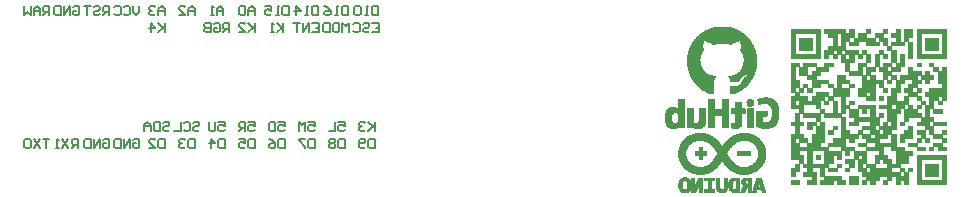
<source format=gbo>
G04 Layer_Color=32896*
%FSLAX25Y25*%
%MOIN*%
G70*
G01*
G75*
%ADD25C,0.00787*%
%ADD28C,0.00100*%
%ADD33C,0.00200*%
D25*
X197348Y268701D02*
Y270800D01*
X196299Y271849D01*
X195249Y270800D01*
Y268701D01*
Y270275D01*
X197348D01*
X194200Y271325D02*
X193675Y271849D01*
X192625D01*
X192101Y271325D01*
Y270800D01*
X192625Y270275D01*
X193150D01*
X192625D01*
X192101Y269750D01*
Y269226D01*
X192625Y268701D01*
X193675D01*
X194200Y269226D01*
X197348Y266181D02*
Y263033D01*
Y264082D01*
X195249Y266181D01*
X196824Y264607D01*
X195249Y263033D01*
X192625D02*
Y266181D01*
X194200Y264607D01*
X192101D01*
X267348Y233226D02*
Y230078D01*
Y231127D01*
X265249Y233226D01*
X266824Y231652D01*
X265249Y230078D01*
X264200Y232701D02*
X263675Y233226D01*
X262625D01*
X262101Y232701D01*
Y232177D01*
X262625Y231652D01*
X263150D01*
X262625D01*
X262101Y231127D01*
Y230602D01*
X262625Y230078D01*
X263675D01*
X264200Y230602D01*
X267348Y227558D02*
Y224410D01*
X265774D01*
X265249Y224934D01*
Y227033D01*
X265774Y227558D01*
X267348D01*
X264200Y224934D02*
X263675Y224410D01*
X262625D01*
X262101Y224934D01*
Y227033D01*
X262625Y227558D01*
X263675D01*
X264200Y227033D01*
Y226508D01*
X263675Y225984D01*
X262101D01*
X206823Y232701D02*
X207348Y233226D01*
X208398D01*
X208923Y232701D01*
Y232177D01*
X208398Y231652D01*
X207348D01*
X206823Y231127D01*
Y230602D01*
X207348Y230078D01*
X208398D01*
X208923Y230602D01*
X203675Y232701D02*
X204200Y233226D01*
X205249D01*
X205774Y232701D01*
Y230602D01*
X205249Y230078D01*
X204200D01*
X203675Y230602D01*
X202625Y233226D02*
Y230078D01*
X200526D01*
X207348Y227558D02*
Y224410D01*
X205774D01*
X205249Y224934D01*
Y227033D01*
X205774Y227558D01*
X207348D01*
X204200Y227033D02*
X203675Y227558D01*
X202625D01*
X202101Y227033D01*
Y226508D01*
X202625Y225984D01*
X203150D01*
X202625D01*
X202101Y225459D01*
Y224934D01*
X202625Y224410D01*
X203675D01*
X204200Y224934D01*
X186823Y227033D02*
X187348Y227558D01*
X188398D01*
X188923Y227033D01*
Y224934D01*
X188398Y224410D01*
X187348D01*
X186823Y224934D01*
Y225984D01*
X187873D01*
X185774Y224410D02*
Y227558D01*
X183675Y224410D01*
Y227558D01*
X182625D02*
Y224410D01*
X181051D01*
X180526Y224934D01*
Y227033D01*
X181051Y227558D01*
X182625D01*
X178922Y268701D02*
Y271849D01*
X177348D01*
X176823Y271325D01*
Y270275D01*
X177348Y269750D01*
X178922D01*
X177873D02*
X176823Y268701D01*
X173675Y271325D02*
X174200Y271849D01*
X175249D01*
X175774Y271325D01*
Y270800D01*
X175249Y270275D01*
X174200D01*
X173675Y269750D01*
Y269226D01*
X174200Y268701D01*
X175249D01*
X175774Y269226D01*
X172625Y271849D02*
X170526D01*
X171576D01*
Y268701D01*
X255249Y233226D02*
X257348D01*
Y231652D01*
X256299Y232177D01*
X255774D01*
X255249Y231652D01*
Y230602D01*
X255774Y230078D01*
X256823D01*
X257348Y230602D01*
X254200Y233226D02*
Y230078D01*
X252101D01*
X257348Y227558D02*
Y224410D01*
X255774D01*
X255249Y224934D01*
Y227033D01*
X255774Y227558D01*
X257348D01*
X254200Y227033D02*
X253675Y227558D01*
X252625D01*
X252101Y227033D01*
Y226508D01*
X252625Y225984D01*
X252101Y225459D01*
Y224934D01*
X252625Y224410D01*
X253675D01*
X254200Y224934D01*
Y225459D01*
X253675Y225984D01*
X254200Y226508D01*
Y227033D01*
X253675Y225984D02*
X252625D01*
X248398Y271849D02*
Y268701D01*
X246824D01*
X246299Y269226D01*
Y271325D01*
X246824Y271849D01*
X248398D01*
X245249Y268701D02*
X244200D01*
X244724D01*
Y271849D01*
X245249Y271325D01*
X241051Y268701D02*
Y271849D01*
X242625Y270275D01*
X240526D01*
X246561Y266181D02*
X248660D01*
Y263033D01*
X246561D01*
X248660Y264607D02*
X247611D01*
X245512Y263033D02*
Y266181D01*
X243412Y263033D01*
Y266181D01*
X242363D02*
X240264D01*
X241313D01*
Y263033D01*
X166823Y271325D02*
X167348Y271849D01*
X168398D01*
X168922Y271325D01*
Y269226D01*
X168398Y268701D01*
X167348D01*
X166823Y269226D01*
Y270275D01*
X167873D01*
X165774Y268701D02*
Y271849D01*
X163675Y268701D01*
Y271849D01*
X162625D02*
Y268701D01*
X161051D01*
X160526Y269226D01*
Y271325D01*
X161051Y271849D01*
X162625D01*
X168398Y224410D02*
Y227558D01*
X166823D01*
X166299Y227033D01*
Y225984D01*
X166823Y225459D01*
X168398D01*
X167348D02*
X166299Y224410D01*
X165249Y227558D02*
X163150Y224410D01*
Y227558D02*
X165249Y224410D01*
X162101D02*
X161051D01*
X161576D01*
Y227558D01*
X162101Y227033D01*
X235249Y233226D02*
X237348D01*
Y231652D01*
X236299Y232177D01*
X235774D01*
X235249Y231652D01*
Y230602D01*
X235774Y230078D01*
X236824D01*
X237348Y230602D01*
X234200Y233226D02*
Y230078D01*
X232625D01*
X232101Y230602D01*
Y232701D01*
X232625Y233226D01*
X234200D01*
X237348Y227558D02*
Y224410D01*
X235774D01*
X235249Y224934D01*
Y227033D01*
X235774Y227558D01*
X237348D01*
X232101D02*
X233150Y227033D01*
X234200Y225984D01*
Y224934D01*
X233675Y224410D01*
X232625D01*
X232101Y224934D01*
Y225459D01*
X232625Y225984D01*
X234200D01*
X227348Y268701D02*
Y270800D01*
X226299Y271849D01*
X225249Y270800D01*
Y268701D01*
Y270275D01*
X227348D01*
X224200Y271325D02*
X223675Y271849D01*
X222625D01*
X222101Y271325D01*
Y269226D01*
X222625Y268701D01*
X223675D01*
X224200Y269226D01*
Y271325D01*
X227348Y266181D02*
Y263033D01*
Y264082D01*
X225249Y266181D01*
X226823Y264607D01*
X225249Y263033D01*
X222101D02*
X224200D01*
X222101Y265132D01*
Y265657D01*
X222625Y266181D01*
X223675D01*
X224200Y265657D01*
X225249Y233226D02*
X227348D01*
Y231652D01*
X226299Y232177D01*
X225774D01*
X225249Y231652D01*
Y230602D01*
X225774Y230078D01*
X226823D01*
X227348Y230602D01*
X224200Y230078D02*
Y233226D01*
X222625D01*
X222101Y232701D01*
Y231652D01*
X222625Y231127D01*
X224200D01*
X223150D02*
X222101Y230078D01*
X227348Y227558D02*
Y224410D01*
X225774D01*
X225249Y224934D01*
Y227033D01*
X225774Y227558D01*
X227348D01*
X222101D02*
X224200D01*
Y225984D01*
X223150Y226508D01*
X222625D01*
X222101Y225984D01*
Y224934D01*
X222625Y224410D01*
X223675D01*
X224200Y224934D01*
X196824Y232701D02*
X197348Y233226D01*
X198398D01*
X198923Y232701D01*
Y232177D01*
X198398Y231652D01*
X197348D01*
X196824Y231127D01*
Y230602D01*
X197348Y230078D01*
X198398D01*
X198923Y230602D01*
X195774Y233226D02*
Y230078D01*
X194200D01*
X193675Y230602D01*
Y232701D01*
X194200Y233226D01*
X195774D01*
X192625Y230078D02*
Y232177D01*
X191576Y233226D01*
X190526Y232177D01*
Y230078D01*
Y231652D01*
X192625D01*
X197348Y227558D02*
Y224410D01*
X195774D01*
X195249Y224934D01*
Y227033D01*
X195774Y227558D01*
X197348D01*
X192101Y224410D02*
X194200D01*
X192101Y226508D01*
Y227033D01*
X192625Y227558D01*
X193675D01*
X194200Y227033D01*
X207348Y268701D02*
Y270800D01*
X206299Y271849D01*
X205249Y270800D01*
Y268701D01*
Y270275D01*
X207348D01*
X202101Y268701D02*
X204200D01*
X202101Y270800D01*
Y271325D01*
X202625Y271849D01*
X203675D01*
X204200Y271325D01*
X158923Y268701D02*
Y271849D01*
X157348D01*
X156824Y271325D01*
Y270275D01*
X157348Y269750D01*
X158923D01*
X157873D02*
X156824Y268701D01*
X155774D02*
Y270800D01*
X154724Y271849D01*
X153675Y270800D01*
Y268701D01*
Y270275D01*
X155774D01*
X152625Y271849D02*
Y268701D01*
X151576Y269750D01*
X150526Y268701D01*
Y271849D01*
X158923Y227558D02*
X156824D01*
X157873D01*
Y224410D01*
X155774Y227558D02*
X153675Y224410D01*
Y227558D02*
X155774Y224410D01*
X152625Y227033D02*
X152101Y227558D01*
X151051D01*
X150526Y227033D01*
Y224934D01*
X151051Y224410D01*
X152101D01*
X152625Y224934D01*
Y227033D01*
X238660Y271849D02*
Y268701D01*
X237086D01*
X236561Y269226D01*
Y271325D01*
X237086Y271849D01*
X238660D01*
X235512Y268701D02*
X234462D01*
X234987D01*
Y271849D01*
X235512Y271325D01*
X230789Y271849D02*
X232888D01*
Y270275D01*
X231838Y270800D01*
X231313D01*
X230789Y270275D01*
Y269226D01*
X231313Y268701D01*
X232363D01*
X232888Y269226D01*
X236824Y266181D02*
Y263033D01*
Y264082D01*
X234724Y266181D01*
X236299Y264607D01*
X234724Y263033D01*
X233675D02*
X232625D01*
X233150D01*
Y266181D01*
X233675Y265657D01*
X216824Y268701D02*
Y270800D01*
X215774Y271849D01*
X214724Y270800D01*
Y268701D01*
Y270275D01*
X216824D01*
X213675Y268701D02*
X212625D01*
X213150D01*
Y271849D01*
X213675Y271325D01*
X218922Y263033D02*
Y266181D01*
X217348D01*
X216824Y265657D01*
Y264607D01*
X217348Y264082D01*
X218922D01*
X217873D02*
X216824Y263033D01*
X213675Y265657D02*
X214200Y266181D01*
X215249D01*
X215774Y265657D01*
Y263558D01*
X215249Y263033D01*
X214200D01*
X213675Y263558D01*
Y264607D01*
X214724D01*
X212625Y266181D02*
Y263033D01*
X211051D01*
X210526Y263558D01*
Y264082D01*
X211051Y264607D01*
X212625D01*
X211051D01*
X210526Y265132D01*
Y265657D01*
X211051Y266181D01*
X212625D01*
X215249Y233226D02*
X217348D01*
Y231652D01*
X216299Y232177D01*
X215774D01*
X215249Y231652D01*
Y230602D01*
X215774Y230078D01*
X216824D01*
X217348Y230602D01*
X214200Y233226D02*
Y230602D01*
X213675Y230078D01*
X212625D01*
X212101Y230602D01*
Y233226D01*
X217348Y227558D02*
Y224410D01*
X215774D01*
X215249Y224934D01*
Y227033D01*
X215774Y227558D01*
X217348D01*
X212625Y224410D02*
Y227558D01*
X214200Y225984D01*
X212101D01*
X176823Y227033D02*
X177348Y227558D01*
X178398D01*
X178922Y227033D01*
Y224934D01*
X178398Y224410D01*
X177348D01*
X176823Y224934D01*
Y225984D01*
X177873D01*
X175774Y224410D02*
Y227558D01*
X173675Y224410D01*
Y227558D01*
X172625D02*
Y224410D01*
X171051D01*
X170526Y224934D01*
Y227033D01*
X171051Y227558D01*
X172625D01*
X268398Y271849D02*
Y268701D01*
X266824D01*
X266299Y269226D01*
Y271325D01*
X266824Y271849D01*
X268398D01*
X265249Y268701D02*
X264200D01*
X264724D01*
Y271849D01*
X265249Y271325D01*
X262625D02*
X262101Y271849D01*
X261051D01*
X260526Y271325D01*
Y269226D01*
X261051Y268701D01*
X262101D01*
X262625Y269226D01*
Y271325D01*
X266561Y266181D02*
X268660D01*
Y263033D01*
X266561D01*
X268660Y264607D02*
X267611D01*
X263412Y265657D02*
X263937Y266181D01*
X264987D01*
X265512Y265657D01*
Y265132D01*
X264987Y264607D01*
X263937D01*
X263412Y264082D01*
Y263558D01*
X263937Y263033D01*
X264987D01*
X265512Y263558D01*
X260264Y265657D02*
X260789Y266181D01*
X261838D01*
X262363Y265657D01*
Y263558D01*
X261838Y263033D01*
X260789D01*
X260264Y263558D01*
X245249Y233226D02*
X247348D01*
Y231652D01*
X246299Y232177D01*
X245774D01*
X245249Y231652D01*
Y230602D01*
X245774Y230078D01*
X246824D01*
X247348Y230602D01*
X244200Y230078D02*
Y233226D01*
X243150Y232177D01*
X242101Y233226D01*
Y230078D01*
X247348Y227558D02*
Y224410D01*
X245774D01*
X245249Y224934D01*
Y227033D01*
X245774Y227558D01*
X247348D01*
X244200D02*
X242101D01*
Y227033D01*
X244200Y224934D01*
Y224410D01*
X258398Y271849D02*
Y268701D01*
X256823D01*
X256299Y269226D01*
Y271325D01*
X256823Y271849D01*
X258398D01*
X255249Y268701D02*
X254200D01*
X254724D01*
Y271849D01*
X255249Y271325D01*
X250526Y271849D02*
X251576Y271325D01*
X252625Y270275D01*
Y269226D01*
X252101Y268701D01*
X251051D01*
X250526Y269226D01*
Y269750D01*
X251051Y270275D01*
X252625D01*
X258660Y263033D02*
Y266181D01*
X257611Y265132D01*
X256561Y266181D01*
Y263033D01*
X253937Y266181D02*
X254987D01*
X255512Y265657D01*
Y263558D01*
X254987Y263033D01*
X253937D01*
X253413Y263558D01*
Y265657D01*
X253937Y266181D01*
X252363D02*
Y263033D01*
X250789D01*
X250264Y263558D01*
Y265657D01*
X250789Y266181D01*
X252363D01*
X188923Y271849D02*
Y269750D01*
X187873Y268701D01*
X186823Y269750D01*
Y271849D01*
X183675Y271325D02*
X184200Y271849D01*
X185249D01*
X185774Y271325D01*
Y269226D01*
X185249Y268701D01*
X184200D01*
X183675Y269226D01*
X180526Y271325D02*
X181051Y271849D01*
X182101D01*
X182625Y271325D01*
Y269226D01*
X182101Y268701D01*
X181051D01*
X180526Y269226D01*
D28*
X389374Y229441D02*
X391474D01*
X374574D02*
X376674D01*
X388774Y229341D02*
X392074D01*
X373974D02*
X377274D01*
X388374Y229241D02*
X392374D01*
X373574D02*
X377674D01*
X387974Y229141D02*
X392774D01*
X373274D02*
X378074D01*
X387674Y229041D02*
X393074D01*
X372974D02*
X378274D01*
X387474Y228941D02*
X393274D01*
X372674D02*
X378574D01*
X387174Y228841D02*
X393474D01*
X372474D02*
X378774D01*
X386974Y228741D02*
X393674D01*
X372274D02*
X378974D01*
X386774Y228641D02*
X393874D01*
X372074D02*
X379174D01*
X386574Y228541D02*
X394074D01*
X371974D02*
X379374D01*
X386474Y228441D02*
X394274D01*
X371774D02*
X379574D01*
X386274Y228341D02*
X394374D01*
X371574D02*
X379774D01*
X386074Y228241D02*
X394574D01*
X371474D02*
X379874D01*
X385974Y228141D02*
X394674D01*
X371274D02*
X380074D01*
X385874Y228041D02*
X394874D01*
X371174D02*
X380174D01*
X385674Y227941D02*
X394974D01*
X371074D02*
X380274D01*
X385574Y227841D02*
X395074D01*
X370874D02*
X380474D01*
X385474Y227741D02*
X395174D01*
X370774D02*
X380574D01*
X385274Y227641D02*
X395274D01*
X370674D02*
X380674D01*
X385174Y227541D02*
X395374D01*
X370574D02*
X380774D01*
X385074Y227441D02*
X395474D01*
X370474D02*
X380874D01*
X384974Y227341D02*
X395574D01*
X370374D02*
X381074D01*
X384874Y227241D02*
X395674D01*
X370274D02*
X381174D01*
X390974Y227141D02*
X395774D01*
X384774D02*
X389874D01*
X376174D02*
X381274D01*
X370174D02*
X375074D01*
X391574Y227041D02*
X395874D01*
X384674D02*
X389174D01*
X376774D02*
X381374D01*
X370074D02*
X374474D01*
X391974Y226941D02*
X395974D01*
X384574D02*
X388774D01*
X377174D02*
X381474D01*
X370074D02*
X374074D01*
X392274Y226841D02*
X396074D01*
X384474D02*
X388474D01*
X377474D02*
X381574D01*
X369974D02*
X373774D01*
X392474Y226741D02*
X396174D01*
X384374D02*
X388274D01*
X377774D02*
X381574D01*
X369874D02*
X373574D01*
X392674Y226641D02*
X396174D01*
X384274D02*
X388074D01*
X377974D02*
X381674D01*
X369774D02*
X373374D01*
X392874Y226541D02*
X396274D01*
X384174D02*
X387874D01*
X378174D02*
X381774D01*
X369774D02*
X373174D01*
X392974Y226441D02*
X396374D01*
X384174D02*
X387674D01*
X378374D02*
X381874D01*
X369674D02*
X372974D01*
X393174Y226341D02*
X396374D01*
X384074D02*
X387474D01*
X378474D02*
X381974D01*
X369574D02*
X372874D01*
X393274Y226241D02*
X396474D01*
X383974D02*
X387374D01*
X378674D02*
X382074D01*
X369574D02*
X372674D01*
X393474Y226141D02*
X396574D01*
X383874D02*
X387174D01*
X378774D02*
X382174D01*
X369474D02*
X372574D01*
X393574Y226041D02*
X396574D01*
X383774D02*
X387074D01*
X378974D02*
X382174D01*
X369374D02*
X372474D01*
X393674Y225941D02*
X396674D01*
X383674D02*
X386974D01*
X379074D02*
X382274D01*
X369374D02*
X372274D01*
X393774Y225841D02*
X396674D01*
X383674D02*
X386874D01*
X379174D02*
X382374D01*
X369274D02*
X372174D01*
X393874Y225741D02*
X396774D01*
X383574D02*
X386674D01*
X379274D02*
X382474D01*
X369274D02*
X372074D01*
X393974Y225641D02*
X396774D01*
X383474D02*
X386574D01*
X379374D02*
X382474D01*
X369174D02*
X371974D01*
X394074Y225541D02*
X396874D01*
X383374D02*
X386474D01*
X379474D02*
X382574D01*
X369174D02*
X371874D01*
X394174Y225441D02*
X396874D01*
X383374D02*
X386374D01*
X379574D02*
X382674D01*
X369074D02*
X371874D01*
X394274Y225341D02*
X396974D01*
X383274D02*
X386274D01*
X379674D02*
X382774D01*
X369074D02*
X371774D01*
X394374Y225241D02*
X396974D01*
X383174D02*
X386174D01*
X379774D02*
X382774D01*
X368974D02*
X371674D01*
X394374Y225141D02*
X397074D01*
X383174D02*
X386074D01*
X379874D02*
X382874D01*
X368974D02*
X371574D01*
X394474Y225041D02*
X397074D01*
X383074D02*
X385974D01*
X379974D02*
X382974D01*
X368974D02*
X371574D01*
X394574Y224941D02*
X397074D01*
X380074D02*
X385974D01*
X368874D02*
X371474D01*
X394574Y224841D02*
X397174D01*
X380174D02*
X385874D01*
X368874D02*
X371374D01*
X394674Y224741D02*
X397174D01*
X380274D02*
X385774D01*
X375274D02*
X376574D01*
X368774D02*
X371374D01*
X394674Y224641D02*
X397174D01*
X380374D02*
X385674D01*
X375274D02*
X376574D01*
X368774D02*
X371274D01*
X394774Y224541D02*
X397274D01*
X380374D02*
X385574D01*
X375274D02*
X376574D01*
X368774D02*
X371274D01*
X394774Y224441D02*
X397274D01*
X380474D02*
X385574D01*
X375274D02*
X376574D01*
X368774D02*
X371174D01*
X394874Y224341D02*
X397274D01*
X380574D02*
X385474D01*
X375274D02*
X376574D01*
X368674D02*
X371174D01*
X394874Y224241D02*
X397374D01*
X380674D02*
X385374D01*
X375274D02*
X376574D01*
X368674D02*
X371174D01*
X394874Y224141D02*
X397374D01*
X380674D02*
X385274D01*
X375274D02*
X376574D01*
X368674D02*
X371074D01*
X394974Y224041D02*
X397374D01*
X380774D02*
X385274D01*
X375274D02*
X376574D01*
X368674D02*
X371074D01*
X394974Y223941D02*
X397374D01*
X380874D02*
X385174D01*
X375274D02*
X376574D01*
X368574D02*
X370974D01*
X394974Y223841D02*
X397374D01*
X380874D02*
X385074D01*
X375274D02*
X376574D01*
X368574D02*
X370974D01*
X395074Y223741D02*
X397474D01*
X380974D02*
X384974D01*
X375274D02*
X376574D01*
X368574D02*
X370974D01*
X395074Y223641D02*
X397474D01*
X381074D02*
X384974D01*
X375274D02*
X376574D01*
X368574D02*
X370974D01*
X395074Y223541D02*
X397474D01*
X381174D02*
X384874D01*
X375174D02*
X376574D01*
X368574D02*
X370874D01*
X395074Y223441D02*
X397474D01*
X388174D02*
X392374D01*
X381174D02*
X384774D01*
X373974D02*
X377874D01*
X368574D02*
X370874D01*
X395074Y223341D02*
X397474D01*
X388174D02*
X392374D01*
X381274D02*
X384774D01*
X373974D02*
X377874D01*
X368574D02*
X370874D01*
X395174Y223241D02*
X397474D01*
X388174D02*
X392374D01*
X381274D02*
X384674D01*
X373974D02*
X377874D01*
X368474D02*
X370874D01*
X395174Y223141D02*
X397474D01*
X388174D02*
X392374D01*
X381374D02*
X384574D01*
X373974D02*
X377874D01*
X368474D02*
X370874D01*
X395174Y223041D02*
X397474D01*
X388174D02*
X392374D01*
X381474D02*
X384574D01*
X373974D02*
X377874D01*
X368474D02*
X370874D01*
X395174Y222941D02*
X397474D01*
X388174D02*
X392374D01*
X381474D02*
X384474D01*
X373974D02*
X377874D01*
X368474D02*
X370874D01*
X395174Y222841D02*
X397474D01*
X388174D02*
X392374D01*
X381574D02*
X384474D01*
X373974D02*
X377874D01*
X368474D02*
X370874D01*
X395174Y222741D02*
X397474D01*
X388174D02*
X392374D01*
X381574D02*
X384374D01*
X373974D02*
X377874D01*
X368474D02*
X370874D01*
X395174Y222641D02*
X397474D01*
X388174D02*
X392374D01*
X381574D02*
X384474D01*
X373974D02*
X377874D01*
X368474D02*
X370874D01*
X395174Y222541D02*
X397474D01*
X388174D02*
X392374D01*
X381474D02*
X384574D01*
X373974D02*
X377874D01*
X368474D02*
X370874D01*
X395174Y222441D02*
X397474D01*
X388174D02*
X392374D01*
X381474D02*
X384574D01*
X373974D02*
X377874D01*
X368474D02*
X370874D01*
X395174Y222341D02*
X397474D01*
X388174D02*
X392374D01*
X381374D02*
X384674D01*
X373974D02*
X377874D01*
X368474D02*
X370874D01*
X395174Y222241D02*
X397474D01*
X388174D02*
X392374D01*
X381274D02*
X384674D01*
X373974D02*
X377874D01*
X368474D02*
X370874D01*
X395174Y222141D02*
X397474D01*
X381274D02*
X384774D01*
X375274D02*
X376574D01*
X368474D02*
X370874D01*
X395174Y222041D02*
X397474D01*
X381174D02*
X384874D01*
X375274D02*
X376574D01*
X368574D02*
X370874D01*
X395074Y221941D02*
X397474D01*
X381074D02*
X384874D01*
X375274D02*
X376574D01*
X368574D02*
X370874D01*
X395074Y221841D02*
X397474D01*
X381074D02*
X384974D01*
X375274D02*
X376574D01*
X368574D02*
X370874D01*
X395074Y221741D02*
X397474D01*
X380974D02*
X385074D01*
X375274D02*
X376574D01*
X368574D02*
X370974D01*
X395074Y221641D02*
X397474D01*
X380874D02*
X385074D01*
X375274D02*
X376574D01*
X368574D02*
X370974D01*
X394974Y221541D02*
X397374D01*
X380874D02*
X385174D01*
X375274D02*
X376574D01*
X368574D02*
X370974D01*
X394974Y221441D02*
X397374D01*
X380774D02*
X385274D01*
X375274D02*
X376574D01*
X368574D02*
X370974D01*
X394974Y221341D02*
X397374D01*
X380674D02*
X385274D01*
X375274D02*
X376574D01*
X368674D02*
X371074D01*
X394974Y221241D02*
X397374D01*
X380674D02*
X385374D01*
X375274D02*
X376574D01*
X368674D02*
X371074D01*
X394874Y221141D02*
X397374D01*
X380574D02*
X385474D01*
X375274D02*
X376574D01*
X368674D02*
X371074D01*
X394874Y221041D02*
X397274D01*
X380474D02*
X385474D01*
X375274D02*
X376574D01*
X368674D02*
X371174D01*
X394774Y220941D02*
X397274D01*
X380474D02*
X385574D01*
X375274D02*
X376574D01*
X368774D02*
X371174D01*
X394774Y220841D02*
X397274D01*
X380374D02*
X385674D01*
X368774D02*
X371274D01*
X394674Y220741D02*
X397274D01*
X380274D02*
X385674D01*
X368774D02*
X371274D01*
X394674Y220641D02*
X397174D01*
X380174D02*
X385774D01*
X368774D02*
X371374D01*
X394574Y220541D02*
X397174D01*
X380174D02*
X385874D01*
X368874D02*
X371374D01*
X394574Y220441D02*
X397174D01*
X383074D02*
X385974D01*
X380074D02*
X382974D01*
X368874D02*
X371474D01*
X394474Y220341D02*
X397074D01*
X383174D02*
X386074D01*
X379974D02*
X382874D01*
X368874D02*
X371574D01*
X394374Y220241D02*
X397074D01*
X383174D02*
X386074D01*
X379874D02*
X382774D01*
X368974D02*
X371574D01*
X394374Y220141D02*
X396974D01*
X383274D02*
X386174D01*
X379774D02*
X382774D01*
X368974D02*
X371674D01*
X394274Y220041D02*
X396974D01*
X383374D02*
X386274D01*
X379674D02*
X382674D01*
X369074D02*
X371774D01*
X394174Y219941D02*
X396974D01*
X383374D02*
X386374D01*
X379674D02*
X382574D01*
X369074D02*
X371774D01*
X394074Y219841D02*
X396874D01*
X383474D02*
X386474D01*
X379574D02*
X382574D01*
X369174D02*
X371874D01*
X394074Y219741D02*
X396874D01*
X383574D02*
X386574D01*
X379474D02*
X382474D01*
X369174D02*
X371974D01*
X393974Y219641D02*
X396774D01*
X383574D02*
X386674D01*
X379374D02*
X382374D01*
X369174D02*
X372074D01*
X393874Y219541D02*
X396774D01*
X383674D02*
X386774D01*
X379274D02*
X382274D01*
X369274D02*
X372174D01*
X393774Y219441D02*
X396674D01*
X383774D02*
X386874D01*
X379174D02*
X382274D01*
X369374D02*
X372274D01*
X393574Y219341D02*
X396574D01*
X383874D02*
X386974D01*
X378974D02*
X382174D01*
X369374D02*
X372374D01*
X393474Y219241D02*
X396574D01*
X383874D02*
X387074D01*
X378874D02*
X382074D01*
X369474D02*
X372474D01*
X393374Y219141D02*
X396474D01*
X383974D02*
X387274D01*
X378774D02*
X381974D01*
X369474D02*
X372674D01*
X393274Y219041D02*
X396474D01*
X384074D02*
X387374D01*
X378674D02*
X381974D01*
X369574D02*
X372774D01*
X393074Y218941D02*
X396374D01*
X384174D02*
X387474D01*
X378474D02*
X381874D01*
X369674D02*
X372974D01*
X392874Y218841D02*
X396274D01*
X384274D02*
X387674D01*
X378374D02*
X381774D01*
X369674D02*
X373074D01*
X392774Y218741D02*
X396274D01*
X384274D02*
X387874D01*
X378174D02*
X381674D01*
X369774D02*
X373274D01*
X392474Y218641D02*
X396174D01*
X384374D02*
X387974D01*
X377974D02*
X381574D01*
X369874D02*
X373474D01*
X392274Y218541D02*
X396074D01*
X384474D02*
X388274D01*
X377774D02*
X381574D01*
X369974D02*
X373674D01*
X392074Y218441D02*
X395974D01*
X384574D02*
X388474D01*
X377574D02*
X381474D01*
X369974D02*
X373974D01*
X391674Y218341D02*
X395874D01*
X384674D02*
X388774D01*
X377174D02*
X381374D01*
X370074D02*
X374274D01*
X391174Y218241D02*
X395874D01*
X384774D02*
X389274D01*
X376774D02*
X381274D01*
X370174D02*
X374874D01*
X384874Y218141D02*
X395774D01*
X370274D02*
X381174D01*
X384974Y218041D02*
X395674D01*
X370374D02*
X381074D01*
X385074Y217941D02*
X395574D01*
X370474D02*
X380974D01*
X385174Y217841D02*
X395474D01*
X370574D02*
X380874D01*
X385274Y217741D02*
X395374D01*
X370674D02*
X380774D01*
X385374Y217641D02*
X395274D01*
X370774D02*
X380674D01*
X385474Y217541D02*
X395074D01*
X370874D02*
X380574D01*
X385574Y217441D02*
X394974D01*
X370974D02*
X380374D01*
X385674Y217341D02*
X394874D01*
X371174D02*
X380274D01*
X385874Y217241D02*
X394774D01*
X371274D02*
X380174D01*
X385974Y217141D02*
X394574D01*
X371374D02*
X379974D01*
X386074Y217041D02*
X394474D01*
X371574D02*
X379874D01*
X386274Y216941D02*
X394274D01*
X371674D02*
X379774D01*
X386474Y216841D02*
X394174D01*
X371874D02*
X379574D01*
X386574Y216741D02*
X393974D01*
X372074D02*
X379374D01*
X386774Y216641D02*
X393774D01*
X372274D02*
X379274D01*
X386974Y216541D02*
X393574D01*
X372474D02*
X379074D01*
X387174Y216441D02*
X393374D01*
X372674D02*
X378874D01*
X387374Y216341D02*
X393074D01*
X372874D02*
X378574D01*
X387674Y216241D02*
X392874D01*
X373174D02*
X378374D01*
X387974Y216141D02*
X392574D01*
X373474D02*
X378074D01*
X388274Y216041D02*
X392174D01*
X373874D02*
X377674D01*
X388774Y215941D02*
X391674D01*
X374374D02*
X377174D01*
X389674Y215841D02*
X390374D01*
X375474D02*
X376274D01*
X370074Y214641D02*
X370974D01*
X394574Y214541D02*
X396074D01*
X390674D02*
X392874D01*
X386674D02*
X388874D01*
X383674D02*
X384774D01*
X381074D02*
X382174D01*
X377174D02*
X380474D01*
X375174D02*
X376474D01*
X372874D02*
X373874D01*
X369774D02*
X371274D01*
X394574Y214441D02*
X396074D01*
X390374D02*
X392874D01*
X386374D02*
X388874D01*
X383674D02*
X384774D01*
X381074D02*
X382174D01*
X377174D02*
X380474D01*
X375174D02*
X376474D01*
X372874D02*
X373874D01*
X369574D02*
X371574D01*
X394574Y214341D02*
X396074D01*
X390174D02*
X392874D01*
X386074D02*
X388874D01*
X383674D02*
X384774D01*
X381074D02*
X382174D01*
X377174D02*
X380474D01*
X375174D02*
X376474D01*
X372874D02*
X373874D01*
X369374D02*
X371674D01*
X394474Y214241D02*
X396074D01*
X389974D02*
X392874D01*
X385974D02*
X388874D01*
X383674D02*
X384774D01*
X381074D02*
X382174D01*
X377174D02*
X380474D01*
X375074D02*
X376474D01*
X372874D02*
X373874D01*
X369274D02*
X371874D01*
X394474Y214141D02*
X396174D01*
X389874D02*
X392874D01*
X385774D02*
X388874D01*
X383674D02*
X384774D01*
X381074D02*
X382174D01*
X377174D02*
X380474D01*
X375074D02*
X376474D01*
X372874D02*
X373874D01*
X369174D02*
X371974D01*
X394474Y214041D02*
X396174D01*
X389774D02*
X392874D01*
X385674D02*
X388874D01*
X383674D02*
X384774D01*
X381074D02*
X382174D01*
X377174D02*
X380474D01*
X374974D02*
X376474D01*
X372874D02*
X373874D01*
X369074D02*
X372074D01*
X394374Y213941D02*
X396174D01*
X389674D02*
X392874D01*
X385574D02*
X388874D01*
X383674D02*
X384774D01*
X381074D02*
X382174D01*
X377174D02*
X380474D01*
X374974D02*
X376474D01*
X372874D02*
X373874D01*
X368974D02*
X372074D01*
X394374Y213841D02*
X396274D01*
X389674D02*
X392874D01*
X385474D02*
X388874D01*
X383674D02*
X384774D01*
X381074D02*
X382174D01*
X377174D02*
X380474D01*
X374874D02*
X376474D01*
X372874D02*
X373874D01*
X368874D02*
X372174D01*
X394374Y213741D02*
X396274D01*
X389674D02*
X392874D01*
X385474D02*
X388874D01*
X383674D02*
X384774D01*
X381074D02*
X382174D01*
X377174D02*
X380474D01*
X374874D02*
X376474D01*
X372874D02*
X373874D01*
X368874D02*
X372274D01*
X394274Y213641D02*
X396274D01*
X391774D02*
X392874D01*
X389574D02*
X391074D01*
X387774D02*
X388874D01*
X385374D02*
X387074D01*
X383674D02*
X384774D01*
X381074D02*
X382174D01*
X378274D02*
X379374D01*
X374774D02*
X376474D01*
X372874D02*
X373874D01*
X370874D02*
X372274D01*
X368774D02*
X370274D01*
X394274Y213541D02*
X396374D01*
X391774D02*
X392874D01*
X389574D02*
X390874D01*
X387774D02*
X388874D01*
X385374D02*
X386774D01*
X383674D02*
X384774D01*
X381074D02*
X382174D01*
X378274D02*
X379374D01*
X374774D02*
X376474D01*
X372874D02*
X373874D01*
X371074D02*
X372374D01*
X368774D02*
X370074D01*
X394274Y213441D02*
X396374D01*
X391774D02*
X392874D01*
X389574D02*
X390774D01*
X387774D02*
X388874D01*
X385274D02*
X386674D01*
X383674D02*
X384774D01*
X381074D02*
X382174D01*
X378274D02*
X379374D01*
X374674D02*
X376474D01*
X372874D02*
X373874D01*
X371174D02*
X372374D01*
X368774D02*
X369974D01*
X394174Y213341D02*
X396374D01*
X391774D02*
X392874D01*
X389574D02*
X390674D01*
X387774D02*
X388874D01*
X385274D02*
X386574D01*
X383674D02*
X384774D01*
X381074D02*
X382174D01*
X378274D02*
X379374D01*
X374674D02*
X376474D01*
X372874D02*
X373874D01*
X371274D02*
X372374D01*
X368674D02*
X369874D01*
X394174Y213241D02*
X396474D01*
X391774D02*
X392874D01*
X389574D02*
X390674D01*
X387774D02*
X388874D01*
X385274D02*
X386474D01*
X383674D02*
X384774D01*
X381074D02*
X382174D01*
X378274D02*
X379374D01*
X374574D02*
X376474D01*
X372874D02*
X373874D01*
X371274D02*
X372474D01*
X368674D02*
X369874D01*
X394174Y213141D02*
X396474D01*
X391774D02*
X392874D01*
X389574D02*
X390674D01*
X387774D02*
X388874D01*
X385174D02*
X386474D01*
X383674D02*
X384774D01*
X381074D02*
X382174D01*
X378274D02*
X379374D01*
X374574D02*
X376474D01*
X372874D02*
X373874D01*
X371374D02*
X372474D01*
X368674D02*
X369874D01*
X395474Y213041D02*
X396474D01*
X394174D02*
X395274D01*
X391774D02*
X392874D01*
X389574D02*
X390674D01*
X387774D02*
X388874D01*
X385174D02*
X386374D01*
X383674D02*
X384774D01*
X381074D02*
X382174D01*
X378274D02*
X379374D01*
X374474D02*
X376474D01*
X372874D02*
X373874D01*
X371374D02*
X372474D01*
X368674D02*
X369774D01*
X395474Y212941D02*
X396474D01*
X394074D02*
X395274D01*
X391774D02*
X392874D01*
X389574D02*
X390674D01*
X387774D02*
X388874D01*
X385174D02*
X386374D01*
X383674D02*
X384774D01*
X381074D02*
X382174D01*
X378274D02*
X379374D01*
X374474D02*
X376474D01*
X372874D02*
X373874D01*
X371374D02*
X372574D01*
X368574D02*
X369774D01*
X395474Y212841D02*
X396574D01*
X394074D02*
X395174D01*
X391774D02*
X392874D01*
X389574D02*
X390774D01*
X387774D02*
X388874D01*
X385174D02*
X386374D01*
X383674D02*
X384774D01*
X381074D02*
X382174D01*
X378274D02*
X379374D01*
X374474D02*
X376474D01*
X372874D02*
X373874D01*
X371374D02*
X372574D01*
X368574D02*
X369774D01*
X395474Y212741D02*
X396574D01*
X394074D02*
X395174D01*
X391774D02*
X392874D01*
X389674D02*
X390874D01*
X387774D02*
X388874D01*
X385174D02*
X386274D01*
X383674D02*
X384774D01*
X381074D02*
X382174D01*
X378274D02*
X379374D01*
X374374D02*
X376474D01*
X372874D02*
X373874D01*
X371374D02*
X372574D01*
X368574D02*
X369774D01*
X395574Y212641D02*
X396574D01*
X393974D02*
X395174D01*
X391774D02*
X392874D01*
X389674D02*
X391074D01*
X387774D02*
X388874D01*
X385074D02*
X386274D01*
X383674D02*
X384774D01*
X381074D02*
X382174D01*
X378274D02*
X379374D01*
X374374D02*
X376474D01*
X372874D02*
X373874D01*
X371474D02*
X372574D01*
X368574D02*
X369774D01*
X395574Y212541D02*
X396674D01*
X393974D02*
X395074D01*
X389774D02*
X392874D01*
X387774D02*
X388874D01*
X385074D02*
X386274D01*
X383674D02*
X384774D01*
X381074D02*
X382174D01*
X378274D02*
X379374D01*
X375474D02*
X376474D01*
X374274D02*
X375374D01*
X372874D02*
X373874D01*
X371474D02*
X372574D01*
X368574D02*
X369674D01*
X395574Y212441D02*
X396674D01*
X393974D02*
X395074D01*
X389774D02*
X392874D01*
X387774D02*
X388874D01*
X385074D02*
X386274D01*
X383674D02*
X384774D01*
X381074D02*
X382174D01*
X378274D02*
X379374D01*
X375474D02*
X376474D01*
X374274D02*
X375374D01*
X372874D02*
X373874D01*
X371474D02*
X372574D01*
X368574D02*
X369674D01*
X395674Y212341D02*
X396674D01*
X393874D02*
X395074D01*
X389874D02*
X392874D01*
X387774D02*
X388874D01*
X385074D02*
X386274D01*
X383674D02*
X384774D01*
X381074D02*
X382174D01*
X378274D02*
X379374D01*
X375474D02*
X376474D01*
X374174D02*
X375274D01*
X372874D02*
X373874D01*
X371474D02*
X372574D01*
X368574D02*
X369674D01*
X395674Y212241D02*
X396774D01*
X393874D02*
X395074D01*
X389974D02*
X392874D01*
X387774D02*
X388874D01*
X385074D02*
X386274D01*
X383674D02*
X384774D01*
X381074D02*
X382174D01*
X378274D02*
X379374D01*
X375474D02*
X376474D01*
X374174D02*
X375274D01*
X372874D02*
X373874D01*
X371474D02*
X372574D01*
X368574D02*
X369674D01*
X395674Y212141D02*
X396774D01*
X393874D02*
X394974D01*
X390174D02*
X392874D01*
X387774D02*
X388874D01*
X385074D02*
X386274D01*
X383674D02*
X384774D01*
X381074D02*
X382174D01*
X378274D02*
X379374D01*
X375474D02*
X376474D01*
X374074D02*
X375174D01*
X372874D02*
X373874D01*
X371474D02*
X372574D01*
X368574D02*
X369674D01*
X395674Y212041D02*
X396774D01*
X393874D02*
X394974D01*
X390274D02*
X392874D01*
X387774D02*
X388874D01*
X385074D02*
X386274D01*
X383674D02*
X384774D01*
X381074D02*
X382174D01*
X378274D02*
X379374D01*
X375474D02*
X376474D01*
X374074D02*
X375174D01*
X372874D02*
X373874D01*
X371474D02*
X372574D01*
X368574D02*
X369674D01*
X395774Y211941D02*
X396874D01*
X393774D02*
X394974D01*
X390274D02*
X392874D01*
X387774D02*
X388874D01*
X385074D02*
X386274D01*
X383674D02*
X384774D01*
X381074D02*
X382174D01*
X378274D02*
X379374D01*
X375474D02*
X376474D01*
X373974D02*
X375074D01*
X372874D02*
X373874D01*
X371474D02*
X372574D01*
X368574D02*
X369674D01*
X395774Y211841D02*
X396874D01*
X393774D02*
X394974D01*
X390174D02*
X392874D01*
X387774D02*
X388874D01*
X385174D02*
X386274D01*
X383674D02*
X384774D01*
X381074D02*
X382174D01*
X378274D02*
X379374D01*
X375474D02*
X376474D01*
X372874D02*
X375074D01*
X371474D02*
X372574D01*
X368574D02*
X369674D01*
X395774Y211741D02*
X396874D01*
X393774D02*
X394874D01*
X390174D02*
X392874D01*
X387774D02*
X388874D01*
X385174D02*
X386274D01*
X383674D02*
X384774D01*
X381074D02*
X382174D01*
X378274D02*
X379374D01*
X375474D02*
X376474D01*
X372874D02*
X374974D01*
X371474D02*
X372574D01*
X368574D02*
X369774D01*
X395774Y211641D02*
X396874D01*
X393674D02*
X394874D01*
X391774D02*
X392874D01*
X390074D02*
X391474D01*
X387774D02*
X388874D01*
X385174D02*
X386274D01*
X383674D02*
X384774D01*
X381074D02*
X382174D01*
X378274D02*
X379374D01*
X375474D02*
X376474D01*
X372874D02*
X374974D01*
X371374D02*
X372574D01*
X368574D02*
X369774D01*
X393674Y211541D02*
X396974D01*
X391774D02*
X392874D01*
X389974D02*
X391274D01*
X387774D02*
X388874D01*
X385174D02*
X386374D01*
X383674D02*
X384774D01*
X381074D02*
X382174D01*
X378274D02*
X379374D01*
X375474D02*
X376474D01*
X372874D02*
X374974D01*
X371374D02*
X372574D01*
X368574D02*
X369774D01*
X393674Y211441D02*
X396974D01*
X391774D02*
X392874D01*
X389974D02*
X391174D01*
X387774D02*
X388874D01*
X385174D02*
X386374D01*
X383674D02*
X384774D01*
X381074D02*
X382174D01*
X378274D02*
X379374D01*
X375474D02*
X376474D01*
X372874D02*
X374874D01*
X371374D02*
X372574D01*
X368674D02*
X369774D01*
X393574Y211341D02*
X396974D01*
X391774D02*
X392874D01*
X389874D02*
X391174D01*
X387774D02*
X388874D01*
X385174D02*
X386374D01*
X383674D02*
X384774D01*
X381074D02*
X382174D01*
X378274D02*
X379374D01*
X375474D02*
X376474D01*
X372874D02*
X374874D01*
X371374D02*
X372474D01*
X368674D02*
X369774D01*
X393574Y211241D02*
X397074D01*
X391774D02*
X392874D01*
X389874D02*
X391074D01*
X387774D02*
X388874D01*
X385274D02*
X386474D01*
X383674D02*
X384774D01*
X381174D02*
X382174D01*
X378274D02*
X379374D01*
X375474D02*
X376474D01*
X372874D02*
X374774D01*
X371374D02*
X372474D01*
X368674D02*
X369874D01*
X393574Y211141D02*
X397074D01*
X391774D02*
X392874D01*
X389874D02*
X391074D01*
X387774D02*
X388874D01*
X385274D02*
X386474D01*
X383674D02*
X384774D01*
X381174D02*
X382274D01*
X378274D02*
X379374D01*
X375474D02*
X376474D01*
X372874D02*
X374774D01*
X371274D02*
X372474D01*
X368674D02*
X369874D01*
X393474Y211041D02*
X397074D01*
X391774D02*
X392874D01*
X389774D02*
X390974D01*
X387774D02*
X388874D01*
X385274D02*
X386574D01*
X383674D02*
X384774D01*
X381174D02*
X382274D01*
X378274D02*
X379374D01*
X375474D02*
X376474D01*
X372874D02*
X374674D01*
X371274D02*
X372474D01*
X368774D02*
X369874D01*
X393474Y210941D02*
X397174D01*
X391774D02*
X392874D01*
X389774D02*
X390974D01*
X387774D02*
X388874D01*
X385374D02*
X386674D01*
X383574D02*
X384774D01*
X381174D02*
X382274D01*
X378274D02*
X379374D01*
X375474D02*
X376474D01*
X372874D02*
X374674D01*
X371174D02*
X372374D01*
X368774D02*
X369974D01*
X393474Y210841D02*
X397174D01*
X391774D02*
X392874D01*
X389674D02*
X390874D01*
X387774D02*
X388874D01*
X385374D02*
X386874D01*
X383574D02*
X384674D01*
X381174D02*
X382374D01*
X378274D02*
X379374D01*
X375474D02*
X376474D01*
X372874D02*
X374574D01*
X371074D02*
X372374D01*
X368774D02*
X370074D01*
X393474Y210741D02*
X397174D01*
X391774D02*
X392874D01*
X389674D02*
X390874D01*
X387774D02*
X388874D01*
X385474D02*
X387174D01*
X383474D02*
X384674D01*
X381274D02*
X382474D01*
X378274D02*
X379374D01*
X375474D02*
X376474D01*
X372874D02*
X374574D01*
X370874D02*
X372374D01*
X368874D02*
X370274D01*
X396174Y210641D02*
X397174D01*
X393374D02*
X394574D01*
X391774D02*
X392874D01*
X389574D02*
X390774D01*
X385574D02*
X388874D01*
X383174D02*
X384674D01*
X381274D02*
X382674D01*
X377174D02*
X380474D01*
X375474D02*
X376474D01*
X372874D02*
X374474D01*
X368874D02*
X372274D01*
X396174Y210541D02*
X397274D01*
X393374D02*
X394574D01*
X391774D02*
X392874D01*
X389574D02*
X390774D01*
X385574D02*
X388874D01*
X381374D02*
X384574D01*
X377174D02*
X380474D01*
X375474D02*
X376474D01*
X372874D02*
X374474D01*
X368974D02*
X372274D01*
X396174Y210441D02*
X397274D01*
X393374D02*
X394474D01*
X391774D02*
X392874D01*
X389474D02*
X390774D01*
X385674D02*
X388874D01*
X381374D02*
X384574D01*
X377174D02*
X380474D01*
X375474D02*
X376474D01*
X372874D02*
X374374D01*
X369074D02*
X372174D01*
X396274Y210341D02*
X397274D01*
X393274D02*
X394474D01*
X391774D02*
X392874D01*
X389474D02*
X390674D01*
X385774D02*
X388874D01*
X381474D02*
X384474D01*
X377174D02*
X380474D01*
X375474D02*
X376474D01*
X372874D02*
X374374D01*
X369174D02*
X372074D01*
X396274Y210241D02*
X397374D01*
X393274D02*
X394474D01*
X391774D02*
X392874D01*
X389374D02*
X390674D01*
X385974D02*
X388874D01*
X381574D02*
X384474D01*
X377174D02*
X380474D01*
X375474D02*
X376474D01*
X372874D02*
X374374D01*
X369174D02*
X371974D01*
X396274Y210141D02*
X397374D01*
X393274D02*
X394474D01*
X391774D02*
X392874D01*
X389374D02*
X390574D01*
X386074D02*
X388874D01*
X381674D02*
X384374D01*
X377174D02*
X380474D01*
X375474D02*
X376474D01*
X372874D02*
X374274D01*
X369274D02*
X371874D01*
X396274Y210041D02*
X397374D01*
X393174D02*
X394374D01*
X391774D02*
X392874D01*
X389274D02*
X390574D01*
X386274D02*
X388874D01*
X381774D02*
X384174D01*
X377174D02*
X380474D01*
X375474D02*
X376474D01*
X372874D02*
X374274D01*
X369474D02*
X371774D01*
X396374Y209941D02*
X397474D01*
X393174D02*
X394374D01*
X391774D02*
X392874D01*
X389274D02*
X390474D01*
X386474D02*
X388874D01*
X381974D02*
X384074D01*
X377174D02*
X380474D01*
X375474D02*
X376474D01*
X372874D02*
X374174D01*
X369574D02*
X371674D01*
X396374Y209841D02*
X397474D01*
X393174D02*
X394374D01*
X391774D02*
X392874D01*
X389174D02*
X390474D01*
X386874D02*
X388874D01*
X382174D02*
X383874D01*
X377174D02*
X380474D01*
X375474D02*
X376474D01*
X372874D02*
X374174D01*
X369874D02*
X371374D01*
X382474Y209741D02*
X383474D01*
X370174D02*
X371074D01*
X381474Y264953D02*
X384474D01*
X380874Y264853D02*
X385074D01*
X380374Y264753D02*
X385574D01*
X379974Y264653D02*
X385974D01*
X379574Y264553D02*
X386374D01*
X379274Y264453D02*
X386674D01*
X378974Y264353D02*
X386974D01*
X378774Y264253D02*
X387174D01*
X378474Y264153D02*
X387474D01*
X378274Y264053D02*
X387674D01*
X378074Y263953D02*
X387874D01*
X377874Y263853D02*
X388074D01*
X377674Y263753D02*
X388274D01*
X377474Y263653D02*
X388474D01*
X377274Y263553D02*
X388674D01*
X377074Y263453D02*
X388874D01*
X376974Y263353D02*
X388974D01*
X376774Y263253D02*
X389174D01*
X376674Y263153D02*
X389274D01*
X376474Y263053D02*
X389474D01*
X376374Y262953D02*
X389574D01*
X376174Y262853D02*
X389774D01*
X376074Y262753D02*
X389874D01*
X375974Y262653D02*
X389974D01*
X375774Y262553D02*
X390174D01*
X375674Y262453D02*
X390274D01*
X375574Y262353D02*
X390374D01*
X375474Y262253D02*
X390474D01*
X375374Y262153D02*
X390574D01*
X375274Y262053D02*
X390674D01*
X375074Y261953D02*
X390874D01*
X374974Y261853D02*
X390974D01*
X374874Y261753D02*
X391074D01*
X374774Y261653D02*
X391174D01*
X374674Y261553D02*
X391274D01*
X374574Y261453D02*
X391374D01*
X374474Y261353D02*
X391474D01*
X374474Y261253D02*
X391474D01*
X374374Y261153D02*
X391574D01*
X374274Y261053D02*
X391674D01*
X374174Y260953D02*
X391774D01*
X374074Y260853D02*
X391874D01*
X373974Y260753D02*
X391974D01*
X373874Y260653D02*
X392074D01*
X373874Y260553D02*
X392074D01*
X373774Y260453D02*
X392174D01*
X373674Y260353D02*
X392274D01*
X388974Y260253D02*
X392374D01*
X377674D02*
X388274D01*
X373574D02*
X376874D01*
X389074Y260153D02*
X392374D01*
X378074D02*
X387874D01*
X373574D02*
X376874D01*
X389074Y260053D02*
X392474D01*
X378374D02*
X387574D01*
X373474D02*
X376774D01*
X389074Y259953D02*
X392574D01*
X378574D02*
X387374D01*
X373374D02*
X376774D01*
X389174Y259853D02*
X392574D01*
X378774D02*
X387074D01*
X373374D02*
X376774D01*
X389174Y259753D02*
X392674D01*
X378974D02*
X386874D01*
X373274D02*
X376674D01*
X389174Y259653D02*
X392774D01*
X379174D02*
X386674D01*
X373174D02*
X376674D01*
X389174Y259553D02*
X392774D01*
X379374D02*
X386574D01*
X373174D02*
X376674D01*
X389274Y259453D02*
X392874D01*
X383874D02*
X386374D01*
X379574D02*
X381974D01*
X373074D02*
X376674D01*
X389274Y259353D02*
X392874D01*
X384674D02*
X386174D01*
X379674D02*
X381174D01*
X373074D02*
X376674D01*
X389274Y259253D02*
X392974D01*
X385274D02*
X386074D01*
X379874D02*
X380674D01*
X372974D02*
X376574D01*
X389274Y259153D02*
X393074D01*
X385674D02*
X385874D01*
X379974D02*
X380274D01*
X372874D02*
X376574D01*
X389274Y259053D02*
X393074D01*
X372874D02*
X376574D01*
X389274Y258953D02*
X393174D01*
X372774D02*
X376574D01*
X389374Y258853D02*
X393174D01*
X372774D02*
X376574D01*
X389374Y258753D02*
X393274D01*
X372674D02*
X376574D01*
X389374Y258653D02*
X393274D01*
X372674D02*
X376574D01*
X389374Y258553D02*
X393374D01*
X372574D02*
X376574D01*
X389374Y258453D02*
X393374D01*
X372574D02*
X376574D01*
X389374Y258353D02*
X393474D01*
X372474D02*
X376574D01*
X389274Y258253D02*
X393474D01*
X372474D02*
X376574D01*
X389274Y258153D02*
X393474D01*
X372474D02*
X376574D01*
X389274Y258053D02*
X393574D01*
X372374D02*
X376574D01*
X389274Y257953D02*
X393574D01*
X372374D02*
X376574D01*
X389274Y257853D02*
X393674D01*
X372274D02*
X376574D01*
X389274Y257753D02*
X393674D01*
X372274D02*
X376674D01*
X389274Y257653D02*
X393774D01*
X372174D02*
X376674D01*
X389174Y257553D02*
X393774D01*
X372174D02*
X376674D01*
X389174Y257453D02*
X393774D01*
X372174D02*
X376674D01*
X389174Y257353D02*
X393874D01*
X372074D02*
X376774D01*
X389074Y257253D02*
X393874D01*
X372074D02*
X376774D01*
X389174Y257153D02*
X393874D01*
X372074D02*
X376674D01*
X389274Y257053D02*
X393974D01*
X371974D02*
X376674D01*
X389374Y256953D02*
X393974D01*
X371974D02*
X376574D01*
X389374Y256853D02*
X393974D01*
X371974D02*
X376474D01*
X389474Y256753D02*
X394074D01*
X371874D02*
X376374D01*
X389574Y256653D02*
X394074D01*
X371874D02*
X376374D01*
X389574Y256553D02*
X394074D01*
X371874D02*
X376274D01*
X389674Y256453D02*
X394074D01*
X371874D02*
X376174D01*
X389774Y256353D02*
X394174D01*
X371774D02*
X376174D01*
X389774Y256253D02*
X394174D01*
X371774D02*
X376074D01*
X389874Y256153D02*
X394174D01*
X371774D02*
X376074D01*
X389874Y256053D02*
X394174D01*
X371774D02*
X375974D01*
X389974Y255953D02*
X394274D01*
X371674D02*
X375974D01*
X389974Y255853D02*
X394274D01*
X371674D02*
X375874D01*
X389974Y255753D02*
X394274D01*
X371674D02*
X375874D01*
X390074Y255653D02*
X394274D01*
X371674D02*
X375874D01*
X390074Y255553D02*
X394274D01*
X371674D02*
X375774D01*
X390074Y255453D02*
X394374D01*
X371574D02*
X375774D01*
X390174Y255353D02*
X394374D01*
X371574D02*
X375774D01*
X390174Y255253D02*
X394374D01*
X371574D02*
X375774D01*
X390174Y255153D02*
X394374D01*
X371574D02*
X375674D01*
X390174Y255053D02*
X394374D01*
X371574D02*
X375674D01*
X390174Y254953D02*
X394374D01*
X371574D02*
X375674D01*
X390274Y254853D02*
X394374D01*
X371574D02*
X375674D01*
X390274Y254753D02*
X394374D01*
X371574D02*
X375674D01*
X390274Y254653D02*
X394474D01*
X371474D02*
X375674D01*
X390274Y254553D02*
X394474D01*
X371474D02*
X375674D01*
X390274Y254453D02*
X394474D01*
X371474D02*
X375574D01*
X390274Y254353D02*
X394474D01*
X371474D02*
X375574D01*
X390274Y254253D02*
X394474D01*
X371474D02*
X375574D01*
X390274Y254153D02*
X394474D01*
X371474D02*
X375574D01*
X390274Y254053D02*
X394474D01*
X371474D02*
X375574D01*
X390274Y253953D02*
X394474D01*
X371474D02*
X375574D01*
X390274Y253853D02*
X394474D01*
X371474D02*
X375574D01*
X390274Y253753D02*
X394474D01*
X371474D02*
X375574D01*
X390274Y253653D02*
X394474D01*
X371474D02*
X375574D01*
X390274Y253553D02*
X394474D01*
X371474D02*
X375674D01*
X390274Y253453D02*
X394474D01*
X371474D02*
X375674D01*
X390274Y253353D02*
X394474D01*
X371474D02*
X375674D01*
X390274Y253253D02*
X394474D01*
X371474D02*
X375674D01*
X390274Y253153D02*
X394474D01*
X371474D02*
X375674D01*
X390174Y253053D02*
X394474D01*
X371474D02*
X375674D01*
X390174Y252953D02*
X394474D01*
X371474D02*
X375674D01*
X390174Y252853D02*
X394474D01*
X371474D02*
X375674D01*
X390174Y252753D02*
X394474D01*
X371474D02*
X375674D01*
X390174Y252653D02*
X394474D01*
X371474D02*
X375774D01*
X390174Y252553D02*
X394474D01*
X371474D02*
X375774D01*
X390174Y252453D02*
X394474D01*
X371474D02*
X375774D01*
X390074Y252353D02*
X394374D01*
X371574D02*
X375774D01*
X390074Y252253D02*
X394374D01*
X371574D02*
X375774D01*
X390074Y252153D02*
X394374D01*
X371574D02*
X375874D01*
X390074Y252053D02*
X394374D01*
X371574D02*
X375874D01*
X389974Y251953D02*
X394374D01*
X371574D02*
X375874D01*
X389974Y251853D02*
X394374D01*
X371574D02*
X375874D01*
X389974Y251753D02*
X394374D01*
X371574D02*
X375974D01*
X389874Y251653D02*
X394374D01*
X371574D02*
X375974D01*
X389874Y251553D02*
X394274D01*
X371674D02*
X375974D01*
X389874Y251453D02*
X394274D01*
X371674D02*
X376074D01*
X389774Y251353D02*
X394274D01*
X371674D02*
X376074D01*
X389774Y251253D02*
X394274D01*
X371674D02*
X376174D01*
X389674Y251153D02*
X394274D01*
X371674D02*
X376174D01*
X389674Y251053D02*
X394174D01*
X371774D02*
X376274D01*
X389574Y250953D02*
X394174D01*
X371774D02*
X376274D01*
X389574Y250853D02*
X394174D01*
X371774D02*
X376374D01*
X389474Y250753D02*
X394174D01*
X371774D02*
X376374D01*
X389374Y250653D02*
X394074D01*
X371874D02*
X376474D01*
X389374Y250553D02*
X394074D01*
X371874D02*
X376574D01*
X389274Y250453D02*
X394074D01*
X371874D02*
X376574D01*
X389174Y250353D02*
X394074D01*
X371874D02*
X376674D01*
X389074Y250253D02*
X393974D01*
X371974D02*
X376774D01*
X389074Y250153D02*
X393974D01*
X371974D02*
X376874D01*
X388974Y250053D02*
X393974D01*
X371974D02*
X376974D01*
X388874Y249953D02*
X393874D01*
X372074D02*
X377074D01*
X388774Y249853D02*
X393874D01*
X372074D02*
X377174D01*
X388574Y249753D02*
X393874D01*
X372074D02*
X377274D01*
X388474Y249653D02*
X393774D01*
X372174D02*
X377374D01*
X388374Y249553D02*
X393774D01*
X372174D02*
X377574D01*
X388174Y249453D02*
X393774D01*
X372174D02*
X377674D01*
X388074Y249353D02*
X393674D01*
X372274D02*
X377874D01*
X387874Y249253D02*
X393674D01*
X372274D02*
X377974D01*
X387674Y249153D02*
X393574D01*
X372374D02*
X378174D01*
X387474Y249053D02*
X393574D01*
X372374D02*
X378374D01*
X391374Y248953D02*
X393574D01*
X387274D02*
X390374D01*
X372374D02*
X378674D01*
X391374Y248853D02*
X393474D01*
X386974D02*
X390174D01*
X372474D02*
X378974D01*
X391374Y248753D02*
X393474D01*
X386674D02*
X389974D01*
X372474D02*
X379274D01*
X391374Y248653D02*
X393374D01*
X386274D02*
X389874D01*
X372574D02*
X379674D01*
X391274Y248553D02*
X393374D01*
X385674D02*
X389674D01*
X372574D02*
X380174D01*
X391174Y248453D02*
X393274D01*
X385174D02*
X389574D01*
X372674D02*
X380774D01*
X390974Y248353D02*
X393274D01*
X385174D02*
X389474D01*
X372674D02*
X380774D01*
X390874Y248253D02*
X393174D01*
X385274D02*
X389374D01*
X372774D02*
X380674D01*
X390674Y248153D02*
X393174D01*
X385274D02*
X389374D01*
X372774D02*
X380574D01*
X390574Y248053D02*
X393074D01*
X385374D02*
X389274D01*
X372874D02*
X380474D01*
X390474Y247953D02*
X393074D01*
X385474D02*
X389174D01*
X372874D02*
X380474D01*
X390374Y247853D02*
X392974D01*
X385474D02*
X389074D01*
X372974D02*
X380374D01*
X390374Y247753D02*
X392974D01*
X385574D02*
X389074D01*
X372974D02*
X380374D01*
X390274Y247653D02*
X392874D01*
X385574D02*
X388974D01*
X373074D02*
X380274D01*
X390174Y247553D02*
X392774D01*
X385674D02*
X388874D01*
X373174D02*
X380274D01*
X390174Y247453D02*
X392774D01*
X385674D02*
X388874D01*
X373174D02*
X380274D01*
X390074Y247353D02*
X392674D01*
X385674D02*
X388774D01*
X373274D02*
X380174D01*
X389974Y247253D02*
X392574D01*
X385674D02*
X388674D01*
X373374D02*
X380174D01*
X389974Y247153D02*
X392574D01*
X385774D02*
X388574D01*
X373374D02*
X380174D01*
X389874Y247053D02*
X392474D01*
X385774D02*
X388474D01*
X373474D02*
X380174D01*
X389874Y246953D02*
X392374D01*
X385774D02*
X388274D01*
X373574D02*
X380174D01*
X389774Y246853D02*
X392374D01*
X385974D02*
X388074D01*
X373574D02*
X380074D01*
X389774Y246753D02*
X392274D01*
X386174D02*
X387874D01*
X373674D02*
X380074D01*
X389674Y246653D02*
X392174D01*
X386674D02*
X387474D01*
X373774D02*
X380074D01*
X389674Y246553D02*
X392174D01*
X373774D02*
X380074D01*
X389574Y246453D02*
X392074D01*
X373874D02*
X380074D01*
X389574Y246353D02*
X391974D01*
X373974D02*
X380074D01*
X389474Y246253D02*
X391874D01*
X374074D02*
X380074D01*
X389474Y246153D02*
X391774D01*
X374174D02*
X380074D01*
X389374Y246053D02*
X391674D01*
X374274D02*
X380074D01*
X389274Y245953D02*
X391674D01*
X374274D02*
X380074D01*
X389174Y245853D02*
X391574D01*
X374374D02*
X380074D01*
X389074Y245753D02*
X391474D01*
X374474D02*
X380074D01*
X388974Y245653D02*
X391374D01*
X374574D02*
X380074D01*
X388774Y245553D02*
X391274D01*
X374674D02*
X380074D01*
X388574Y245453D02*
X391174D01*
X374774D02*
X380074D01*
X388374Y245353D02*
X391074D01*
X374874D02*
X380074D01*
X387974Y245253D02*
X390974D01*
X385874D02*
X386174D01*
X374974D02*
X380074D01*
X385874Y245153D02*
X390874D01*
X375074D02*
X380074D01*
X385874Y245053D02*
X390774D01*
X375174D02*
X380074D01*
X385874Y244953D02*
X390674D01*
X375274D02*
X380074D01*
X385874Y244853D02*
X390574D01*
X375374D02*
X380074D01*
X385874Y244753D02*
X390374D01*
X375574D02*
X380074D01*
X385874Y244653D02*
X390274D01*
X375674D02*
X380074D01*
X385874Y244553D02*
X390174D01*
X375774D02*
X380074D01*
X385874Y244453D02*
X390074D01*
X375874D02*
X380074D01*
X385874Y244353D02*
X389874D01*
X376074D02*
X380074D01*
X385874Y244253D02*
X389774D01*
X376174D02*
X380074D01*
X385874Y244153D02*
X389674D01*
X376274D02*
X380074D01*
X385874Y244053D02*
X389474D01*
X376474D02*
X380074D01*
X385874Y243953D02*
X389374D01*
X376574D02*
X380074D01*
X385874Y243853D02*
X389174D01*
X376774D02*
X380074D01*
X385874Y243753D02*
X389074D01*
X376874D02*
X380074D01*
X385874Y243653D02*
X388874D01*
X377074D02*
X380074D01*
X385874Y243553D02*
X388674D01*
X377274D02*
X380074D01*
X385874Y243453D02*
X388574D01*
X377374D02*
X380074D01*
X385874Y243353D02*
X388374D01*
X377574D02*
X380074D01*
X385774Y243253D02*
X388174D01*
X377774D02*
X380074D01*
X385774Y243153D02*
X387974D01*
X377974D02*
X380074D01*
X385874Y243053D02*
X387774D01*
X378174D02*
X380074D01*
X385874Y242953D02*
X387474D01*
X378374D02*
X380074D01*
X385874Y242853D02*
X387274D01*
X378674D02*
X379974D01*
X385974Y242753D02*
X386974D01*
X378874D02*
X379974D01*
X386174Y242653D02*
X386774D01*
X379174D02*
X379774D01*
X396974Y241353D02*
X398074D01*
X396074Y241253D02*
X398774D01*
X395574Y241153D02*
X399174D01*
X395274Y241053D02*
X399474D01*
X395074Y240953D02*
X399674D01*
X383174D02*
X385174D01*
X378274D02*
X380274D01*
X368374D02*
X370274D01*
X394874Y240853D02*
X399874D01*
X383074D02*
X385174D01*
X378274D02*
X380274D01*
X368274D02*
X370374D01*
X394874Y240753D02*
X400074D01*
X392074D02*
X392674D01*
X383074D02*
X385174D01*
X378274D02*
X380274D01*
X368274D02*
X370374D01*
X394874Y240653D02*
X400174D01*
X391874D02*
X392874D01*
X383074D02*
X385174D01*
X378274D02*
X380274D01*
X368274D02*
X370374D01*
X394874Y240553D02*
X400274D01*
X391674D02*
X393074D01*
X383074D02*
X385174D01*
X378274D02*
X380274D01*
X368274D02*
X370374D01*
X394874Y240453D02*
X400474D01*
X391574D02*
X393174D01*
X383074D02*
X385174D01*
X378274D02*
X380274D01*
X368274D02*
X370374D01*
X394974Y240353D02*
X400574D01*
X391474D02*
X393274D01*
X383074D02*
X385174D01*
X378274D02*
X380274D01*
X368274D02*
X370374D01*
X394974Y240253D02*
X400674D01*
X391374D02*
X393374D01*
X383074D02*
X385174D01*
X378274D02*
X380274D01*
X368274D02*
X370374D01*
X394974Y240153D02*
X400774D01*
X391374D02*
X393374D01*
X383074D02*
X385174D01*
X378274D02*
X380274D01*
X368274D02*
X370374D01*
X394974Y240053D02*
X400774D01*
X391274D02*
X393474D01*
X383074D02*
X385174D01*
X378274D02*
X380274D01*
X368274D02*
X370374D01*
X395074Y239953D02*
X400874D01*
X391274D02*
X393474D01*
X383074D02*
X385174D01*
X378274D02*
X380274D01*
X368274D02*
X370374D01*
X395074Y239853D02*
X400974D01*
X391274D02*
X393474D01*
X383074D02*
X385174D01*
X378274D02*
X380274D01*
X368274D02*
X370374D01*
X395074Y239753D02*
X401074D01*
X391274D02*
X393474D01*
X387574D02*
X389574D01*
X383074D02*
X385174D01*
X378274D02*
X380274D01*
X368274D02*
X370374D01*
X395074Y239653D02*
X401074D01*
X391174D02*
X393574D01*
X387574D02*
X389574D01*
X383074D02*
X385174D01*
X378274D02*
X380274D01*
X368274D02*
X370374D01*
X395074Y239553D02*
X401174D01*
X391274D02*
X393574D01*
X387574D02*
X389574D01*
X383074D02*
X385174D01*
X378274D02*
X380274D01*
X368274D02*
X370374D01*
X395174Y239453D02*
X401174D01*
X391274D02*
X393474D01*
X387574D02*
X389574D01*
X383074D02*
X385174D01*
X378274D02*
X380274D01*
X368274D02*
X370374D01*
X397774Y239353D02*
X401274D01*
X395174D02*
X396474D01*
X391274D02*
X393474D01*
X387574D02*
X389574D01*
X383074D02*
X385174D01*
X378274D02*
X380274D01*
X368274D02*
X370374D01*
X398274Y239253D02*
X401274D01*
X395174D02*
X395874D01*
X391274D02*
X393474D01*
X387574D02*
X389574D01*
X383074D02*
X385174D01*
X378274D02*
X380274D01*
X368274D02*
X370374D01*
X398474Y239153D02*
X401374D01*
X395274D02*
X395474D01*
X391274D02*
X393474D01*
X387574D02*
X389574D01*
X383074D02*
X385174D01*
X378274D02*
X380274D01*
X368274D02*
X370374D01*
X398674Y239053D02*
X401374D01*
X391374D02*
X393374D01*
X387574D02*
X389574D01*
X383074D02*
X385174D01*
X378274D02*
X380274D01*
X368274D02*
X370374D01*
X398774Y238953D02*
X401474D01*
X391474D02*
X393374D01*
X387574D02*
X389574D01*
X383074D02*
X385174D01*
X378274D02*
X380274D01*
X368274D02*
X370374D01*
X398974Y238853D02*
X401474D01*
X391474D02*
X393274D01*
X387574D02*
X389574D01*
X383074D02*
X385174D01*
X378274D02*
X380274D01*
X368274D02*
X370374D01*
X399074Y238753D02*
X401474D01*
X391574D02*
X393174D01*
X387574D02*
X389574D01*
X383074D02*
X385174D01*
X378274D02*
X380274D01*
X368274D02*
X370374D01*
X399174Y238653D02*
X401574D01*
X391674D02*
X393074D01*
X387574D02*
X389574D01*
X383074D02*
X385174D01*
X378274D02*
X380274D01*
X368274D02*
X370374D01*
X399174Y238553D02*
X401574D01*
X391874D02*
X392874D01*
X387574D02*
X389574D01*
X383074D02*
X385174D01*
X378274D02*
X380274D01*
X368274D02*
X370374D01*
X399274Y238453D02*
X401574D01*
X392274D02*
X392474D01*
X387574D02*
X389574D01*
X383074D02*
X385174D01*
X378274D02*
X380274D01*
X368274D02*
X370374D01*
X399374Y238353D02*
X401674D01*
X387574D02*
X389574D01*
X383074D02*
X385174D01*
X378274D02*
X380274D01*
X368274D02*
X370374D01*
X399374Y238253D02*
X401674D01*
X387574D02*
X389574D01*
X383074D02*
X385174D01*
X378274D02*
X380274D01*
X368274D02*
X370374D01*
X399474Y238153D02*
X401674D01*
X387574D02*
X389574D01*
X383074D02*
X385174D01*
X378274D02*
X380274D01*
X368274D02*
X370374D01*
X399474Y238053D02*
X401674D01*
X387574D02*
X389574D01*
X383074D02*
X385174D01*
X378274D02*
X380274D01*
X368274D02*
X370374D01*
X365874D02*
X367274D01*
X399474Y237953D02*
X401674D01*
X387574D02*
X389574D01*
X383074D02*
X385174D01*
X378274D02*
X380274D01*
X368274D02*
X370374D01*
X365574D02*
X367674D01*
X399574Y237853D02*
X401774D01*
X391374D02*
X393374D01*
X386074D02*
X389674D01*
X383074D02*
X385174D01*
X378274D02*
X380274D01*
X375274D02*
X377274D01*
X371374D02*
X373274D01*
X368274D02*
X370374D01*
X365374D02*
X367874D01*
X399574Y237753D02*
X401774D01*
X391374D02*
X393474D01*
X386074D02*
X390074D01*
X383074D02*
X385174D01*
X378274D02*
X380274D01*
X375274D02*
X377374D01*
X371274D02*
X373374D01*
X368274D02*
X370374D01*
X365174D02*
X368074D01*
X399574Y237653D02*
X401774D01*
X391374D02*
X393474D01*
X386074D02*
X390474D01*
X383074D02*
X385174D01*
X378274D02*
X380274D01*
X375274D02*
X377374D01*
X371274D02*
X373374D01*
X365074D02*
X370374D01*
X399674Y237553D02*
X401774D01*
X391374D02*
X393474D01*
X386074D02*
X390674D01*
X383074D02*
X385174D01*
X378274D02*
X380274D01*
X375274D02*
X377374D01*
X371274D02*
X373374D01*
X364974D02*
X370374D01*
X399674Y237453D02*
X401774D01*
X391374D02*
X393474D01*
X386074D02*
X390674D01*
X383074D02*
X385174D01*
X378274D02*
X380274D01*
X375274D02*
X377374D01*
X371274D02*
X373374D01*
X364874D02*
X370374D01*
X399674Y237353D02*
X401774D01*
X391374D02*
X393474D01*
X386074D02*
X390674D01*
X378274D02*
X385174D01*
X375274D02*
X377374D01*
X371274D02*
X373374D01*
X364774D02*
X370374D01*
X399674Y237253D02*
X401874D01*
X391374D02*
X393474D01*
X386074D02*
X390674D01*
X378274D02*
X385174D01*
X375274D02*
X377374D01*
X371274D02*
X373374D01*
X364674D02*
X370374D01*
X399674Y237153D02*
X401874D01*
X391374D02*
X393474D01*
X386074D02*
X390674D01*
X378274D02*
X385174D01*
X375274D02*
X377374D01*
X371274D02*
X373374D01*
X364574D02*
X370374D01*
X399674Y237053D02*
X401874D01*
X391374D02*
X393474D01*
X386074D02*
X390674D01*
X378274D02*
X385174D01*
X375274D02*
X377374D01*
X371274D02*
X373374D01*
X364574D02*
X370374D01*
X399774Y236953D02*
X401874D01*
X394574D02*
X397874D01*
X391374D02*
X393474D01*
X386074D02*
X390674D01*
X378274D02*
X385174D01*
X375274D02*
X377374D01*
X371274D02*
X373374D01*
X364474D02*
X370374D01*
X399774Y236853D02*
X401874D01*
X394474D02*
X397874D01*
X391374D02*
X393474D01*
X386074D02*
X390674D01*
X378274D02*
X385174D01*
X375274D02*
X377374D01*
X371274D02*
X373374D01*
X364474D02*
X370374D01*
X399774Y236753D02*
X401874D01*
X394474D02*
X397974D01*
X391374D02*
X393474D01*
X386074D02*
X390674D01*
X378274D02*
X385174D01*
X375274D02*
X377374D01*
X371274D02*
X373374D01*
X364374D02*
X370374D01*
X399774Y236653D02*
X401874D01*
X394474D02*
X397974D01*
X391374D02*
X393474D01*
X386074D02*
X390674D01*
X378274D02*
X385174D01*
X375274D02*
X377374D01*
X371274D02*
X373374D01*
X364374D02*
X370374D01*
X399774Y236553D02*
X401874D01*
X394474D02*
X397974D01*
X391374D02*
X393474D01*
X386074D02*
X390674D01*
X378274D02*
X385174D01*
X375274D02*
X377374D01*
X371274D02*
X373374D01*
X364274D02*
X370374D01*
X399774Y236453D02*
X401874D01*
X394474D02*
X397974D01*
X391374D02*
X393474D01*
X386074D02*
X390674D01*
X378274D02*
X385174D01*
X375274D02*
X377374D01*
X371274D02*
X373374D01*
X364274D02*
X370374D01*
X399774Y236353D02*
X401874D01*
X394474D02*
X397974D01*
X391374D02*
X393474D01*
X386074D02*
X390674D01*
X378274D02*
X385174D01*
X375274D02*
X377374D01*
X371274D02*
X373374D01*
X367674D02*
X370374D01*
X364274D02*
X366874D01*
X399774Y236253D02*
X401874D01*
X394474D02*
X397974D01*
X391374D02*
X393474D01*
X386074D02*
X390674D01*
X378274D02*
X385174D01*
X375274D02*
X377374D01*
X371274D02*
X373374D01*
X367974D02*
X370374D01*
X364274D02*
X366674D01*
X399774Y236153D02*
X401874D01*
X394474D02*
X397974D01*
X391374D02*
X393474D01*
X387474D02*
X389674D01*
X378274D02*
X385174D01*
X375274D02*
X377374D01*
X371274D02*
X373374D01*
X368174D02*
X370374D01*
X364174D02*
X366474D01*
X399774Y236053D02*
X401874D01*
X394474D02*
X397974D01*
X391374D02*
X393474D01*
X387574D02*
X389574D01*
X378274D02*
X385174D01*
X375274D02*
X377374D01*
X371274D02*
X373374D01*
X368274D02*
X370374D01*
X364174D02*
X366474D01*
X399774Y235953D02*
X401874D01*
X394474D02*
X397974D01*
X391374D02*
X393474D01*
X387574D02*
X389574D01*
X378274D02*
X385174D01*
X375274D02*
X377374D01*
X371274D02*
X373374D01*
X368274D02*
X370374D01*
X364174D02*
X366374D01*
X399774Y235853D02*
X401874D01*
X394474D02*
X397974D01*
X391374D02*
X393474D01*
X387574D02*
X389574D01*
X378274D02*
X385174D01*
X375274D02*
X377374D01*
X371274D02*
X373374D01*
X368274D02*
X370374D01*
X364174D02*
X366274D01*
X399774Y235753D02*
X401874D01*
X394474D02*
X397974D01*
X391374D02*
X393474D01*
X387574D02*
X389574D01*
X378274D02*
X385174D01*
X375274D02*
X377374D01*
X371274D02*
X373374D01*
X368274D02*
X370374D01*
X364174D02*
X366274D01*
X399774Y235653D02*
X401874D01*
X394474D02*
X397974D01*
X391374D02*
X393474D01*
X387574D02*
X389574D01*
X378274D02*
X385174D01*
X375274D02*
X377374D01*
X371274D02*
X373374D01*
X368274D02*
X370374D01*
X364074D02*
X366274D01*
X399774Y235553D02*
X401874D01*
X394474D02*
X397974D01*
X391374D02*
X393474D01*
X387574D02*
X389574D01*
X378274D02*
X385174D01*
X375274D02*
X377374D01*
X371274D02*
X373374D01*
X368274D02*
X370374D01*
X364074D02*
X366174D01*
X399774Y235453D02*
X401874D01*
X394474D02*
X397974D01*
X391374D02*
X393474D01*
X387574D02*
X389574D01*
X383074D02*
X385174D01*
X378274D02*
X380374D01*
X375274D02*
X377374D01*
X371274D02*
X373374D01*
X368274D02*
X370374D01*
X364074D02*
X366174D01*
X399674Y235353D02*
X401874D01*
X394474D02*
X397974D01*
X391374D02*
X393474D01*
X387574D02*
X389574D01*
X383074D02*
X385174D01*
X378274D02*
X380274D01*
X375274D02*
X377374D01*
X371274D02*
X373374D01*
X368274D02*
X370374D01*
X364074D02*
X366174D01*
X399674Y235253D02*
X401874D01*
X394474D02*
X397874D01*
X391374D02*
X393474D01*
X387574D02*
X389574D01*
X383074D02*
X385174D01*
X378274D02*
X380274D01*
X375274D02*
X377374D01*
X371274D02*
X373374D01*
X368274D02*
X370374D01*
X364074D02*
X366174D01*
X399674Y235153D02*
X401874D01*
X394474D02*
X397874D01*
X391374D02*
X393474D01*
X387574D02*
X389574D01*
X383074D02*
X385174D01*
X378274D02*
X380274D01*
X375274D02*
X377374D01*
X371274D02*
X373374D01*
X368274D02*
X370374D01*
X364074D02*
X366174D01*
X399674Y235053D02*
X401874D01*
X394474D02*
X396574D01*
X391374D02*
X393474D01*
X387574D02*
X389574D01*
X383074D02*
X385174D01*
X378274D02*
X380274D01*
X375274D02*
X377374D01*
X371274D02*
X373374D01*
X368274D02*
X370374D01*
X364074D02*
X366174D01*
X399674Y234953D02*
X401774D01*
X394474D02*
X396574D01*
X391374D02*
X393474D01*
X387574D02*
X389574D01*
X383074D02*
X385174D01*
X378274D02*
X380274D01*
X375274D02*
X377374D01*
X371274D02*
X373374D01*
X368274D02*
X370374D01*
X364074D02*
X366174D01*
X399674Y234853D02*
X401774D01*
X394474D02*
X396574D01*
X391374D02*
X393474D01*
X387574D02*
X389574D01*
X383074D02*
X385174D01*
X378274D02*
X380274D01*
X375274D02*
X377374D01*
X371274D02*
X373374D01*
X368274D02*
X370374D01*
X364074D02*
X366174D01*
X399574Y234753D02*
X401774D01*
X394474D02*
X396574D01*
X391374D02*
X393474D01*
X387574D02*
X389574D01*
X383074D02*
X385174D01*
X378274D02*
X380274D01*
X375274D02*
X377374D01*
X371274D02*
X373374D01*
X368274D02*
X370374D01*
X364074D02*
X366174D01*
X399574Y234653D02*
X401774D01*
X394474D02*
X396574D01*
X391374D02*
X393474D01*
X387574D02*
X389574D01*
X383074D02*
X385174D01*
X378274D02*
X380274D01*
X375274D02*
X377374D01*
X371274D02*
X373374D01*
X368274D02*
X370374D01*
X364074D02*
X366174D01*
X399574Y234553D02*
X401774D01*
X394474D02*
X396574D01*
X391374D02*
X393474D01*
X387574D02*
X389574D01*
X383074D02*
X385174D01*
X378274D02*
X380274D01*
X375274D02*
X377374D01*
X371274D02*
X373374D01*
X368274D02*
X370374D01*
X364074D02*
X366174D01*
X399474Y234453D02*
X401774D01*
X394474D02*
X396574D01*
X391374D02*
X393474D01*
X387574D02*
X389574D01*
X383074D02*
X385174D01*
X378274D02*
X380274D01*
X375274D02*
X377374D01*
X371274D02*
X373374D01*
X368274D02*
X370374D01*
X364074D02*
X366174D01*
X399474Y234353D02*
X401674D01*
X394474D02*
X396574D01*
X391374D02*
X393474D01*
X387574D02*
X389574D01*
X383074D02*
X385174D01*
X378274D02*
X380274D01*
X375274D02*
X377374D01*
X371274D02*
X373374D01*
X368274D02*
X370374D01*
X364074D02*
X366174D01*
X399474Y234253D02*
X401674D01*
X394474D02*
X396574D01*
X391374D02*
X393474D01*
X387574D02*
X389574D01*
X383074D02*
X385174D01*
X378274D02*
X380274D01*
X375274D02*
X377374D01*
X371274D02*
X373374D01*
X368274D02*
X370374D01*
X364074D02*
X366174D01*
X399374Y234153D02*
X401674D01*
X394474D02*
X396574D01*
X391374D02*
X393474D01*
X387574D02*
X389574D01*
X383074D02*
X385174D01*
X378274D02*
X380274D01*
X375274D02*
X377374D01*
X371274D02*
X373374D01*
X368274D02*
X370374D01*
X364074D02*
X366174D01*
X399374Y234053D02*
X401674D01*
X394474D02*
X396574D01*
X391374D02*
X393474D01*
X387574D02*
X389574D01*
X383074D02*
X385174D01*
X378274D02*
X380274D01*
X375274D02*
X377374D01*
X371274D02*
X373374D01*
X368274D02*
X370374D01*
X364074D02*
X366174D01*
X399274Y233953D02*
X401574D01*
X394474D02*
X396574D01*
X391374D02*
X393474D01*
X387574D02*
X389574D01*
X383074D02*
X385174D01*
X378274D02*
X380274D01*
X375274D02*
X377374D01*
X371274D02*
X373374D01*
X368274D02*
X370374D01*
X364074D02*
X366174D01*
X399174Y233853D02*
X401574D01*
X394474D02*
X396574D01*
X391374D02*
X393474D01*
X387574D02*
X389574D01*
X383074D02*
X385174D01*
X378274D02*
X380274D01*
X375274D02*
X377374D01*
X371274D02*
X373374D01*
X368274D02*
X370374D01*
X364074D02*
X366174D01*
X399174Y233753D02*
X401574D01*
X394474D02*
X396574D01*
X391374D02*
X393474D01*
X387574D02*
X389574D01*
X383074D02*
X385174D01*
X378274D02*
X380274D01*
X375274D02*
X377374D01*
X371274D02*
X373374D01*
X368274D02*
X370374D01*
X364174D02*
X366174D01*
X399074Y233653D02*
X401474D01*
X394474D02*
X396574D01*
X391374D02*
X393474D01*
X387574D02*
X389574D01*
X383074D02*
X385174D01*
X378274D02*
X380274D01*
X375274D02*
X377374D01*
X371274D02*
X373374D01*
X368274D02*
X370374D01*
X364174D02*
X366174D01*
X398974Y233553D02*
X401474D01*
X394474D02*
X396574D01*
X391374D02*
X393474D01*
X387574D02*
X389574D01*
X383074D02*
X385174D01*
X378274D02*
X380274D01*
X375274D02*
X377374D01*
X371274D02*
X373374D01*
X368274D02*
X370374D01*
X364174D02*
X366274D01*
X398874Y233453D02*
X401474D01*
X394474D02*
X396574D01*
X391374D02*
X393474D01*
X387574D02*
X389574D01*
X383074D02*
X385174D01*
X378274D02*
X380274D01*
X375274D02*
X377374D01*
X371274D02*
X373374D01*
X368274D02*
X370374D01*
X364174D02*
X366274D01*
X398674Y233353D02*
X401374D01*
X394474D02*
X396574D01*
X391374D02*
X393474D01*
X387574D02*
X389574D01*
X383074D02*
X385174D01*
X378274D02*
X380274D01*
X375174D02*
X377374D01*
X371274D02*
X373374D01*
X368274D02*
X370374D01*
X364174D02*
X366274D01*
X398474Y233253D02*
X401374D01*
X394474D02*
X396574D01*
X391374D02*
X393474D01*
X387474D02*
X389574D01*
X383074D02*
X385174D01*
X378274D02*
X380274D01*
X375174D02*
X377374D01*
X371274D02*
X373374D01*
X368274D02*
X370374D01*
X364174D02*
X366374D01*
X398174Y233153D02*
X401274D01*
X394474D02*
X396674D01*
X391374D02*
X393474D01*
X387474D02*
X389574D01*
X383074D02*
X385174D01*
X378274D02*
X380274D01*
X375174D02*
X377374D01*
X371274D02*
X373374D01*
X368274D02*
X370374D01*
X364174D02*
X366374D01*
X394474Y233053D02*
X401274D01*
X391374D02*
X393474D01*
X387374D02*
X389574D01*
X383074D02*
X385174D01*
X378274D02*
X380274D01*
X375074D02*
X377374D01*
X371274D02*
X373474D01*
X368174D02*
X370374D01*
X364274D02*
X366474D01*
X394474Y232953D02*
X401174D01*
X391374D02*
X393474D01*
X387274D02*
X389574D01*
X383074D02*
X385174D01*
X378274D02*
X380274D01*
X374974D02*
X377274D01*
X371274D02*
X373774D01*
X367974D02*
X370374D01*
X364274D02*
X366574D01*
X394474Y232853D02*
X401174D01*
X391374D02*
X393474D01*
X386974D02*
X389574D01*
X386174D02*
X386274D01*
X383074D02*
X385174D01*
X378274D02*
X380274D01*
X374774D02*
X377274D01*
X371274D02*
X374074D01*
X367574D02*
X370374D01*
X364274D02*
X366874D01*
X394474Y232753D02*
X401074D01*
X391374D02*
X393474D01*
X386074D02*
X389574D01*
X383074D02*
X385174D01*
X378274D02*
X380274D01*
X371274D02*
X377274D01*
X364274D02*
X370374D01*
X394474Y232653D02*
X400974D01*
X391374D02*
X393474D01*
X386074D02*
X389574D01*
X383074D02*
X385174D01*
X378274D02*
X380274D01*
X371274D02*
X377274D01*
X364374D02*
X370374D01*
X394474Y232553D02*
X400974D01*
X391374D02*
X393474D01*
X386074D02*
X389474D01*
X383074D02*
X385174D01*
X378274D02*
X380274D01*
X371274D02*
X377274D01*
X364374D02*
X370374D01*
X394474Y232453D02*
X400874D01*
X391374D02*
X393474D01*
X386074D02*
X389474D01*
X383074D02*
X385174D01*
X378274D02*
X380274D01*
X371274D02*
X377174D01*
X364474D02*
X370374D01*
X394474Y232353D02*
X400774D01*
X391374D02*
X393474D01*
X386074D02*
X389474D01*
X383074D02*
X385174D01*
X378274D02*
X380274D01*
X371274D02*
X377174D01*
X364474D02*
X370374D01*
X394474Y232253D02*
X400674D01*
X391374D02*
X393474D01*
X386074D02*
X389374D01*
X383074D02*
X385174D01*
X378274D02*
X380274D01*
X371274D02*
X377174D01*
X364474D02*
X370374D01*
X394474Y232153D02*
X400574D01*
X391374D02*
X393474D01*
X386074D02*
X389374D01*
X383074D02*
X385174D01*
X378274D02*
X380274D01*
X371274D02*
X377074D01*
X364574D02*
X370374D01*
X394474Y232053D02*
X400474D01*
X391374D02*
X393474D01*
X386074D02*
X389274D01*
X383074D02*
X385174D01*
X378274D02*
X380274D01*
X371274D02*
X377074D01*
X364674D02*
X370374D01*
X394474Y231953D02*
X400374D01*
X391374D02*
X393474D01*
X386074D02*
X389274D01*
X383074D02*
X385174D01*
X378274D02*
X380274D01*
X371274D02*
X376974D01*
X364674D02*
X370374D01*
X394474Y231853D02*
X400174D01*
X391374D02*
X393474D01*
X386074D02*
X389174D01*
X383074D02*
X385174D01*
X378274D02*
X380274D01*
X371274D02*
X376874D01*
X364774D02*
X370374D01*
X394674Y231753D02*
X400074D01*
X391374D02*
X393474D01*
X386074D02*
X389074D01*
X383074D02*
X385174D01*
X378274D02*
X380274D01*
X371274D02*
X376874D01*
X368774D02*
X370374D01*
X364874D02*
X368674D01*
X394874Y231653D02*
X399874D01*
X391374D02*
X393474D01*
X386074D02*
X388974D01*
X383074D02*
X385174D01*
X378274D02*
X380274D01*
X372974D02*
X376774D01*
X371274D02*
X372774D01*
X368774D02*
X370374D01*
X364974D02*
X368574D01*
X395074Y231553D02*
X399674D01*
X391374D02*
X393474D01*
X386074D02*
X388874D01*
X383074D02*
X385174D01*
X378274D02*
X380274D01*
X373174D02*
X376574D01*
X371274D02*
X372774D01*
X368774D02*
X370374D01*
X365074D02*
X368374D01*
X395274Y231453D02*
X399474D01*
X391374D02*
X393374D01*
X386074D02*
X388674D01*
X383074D02*
X385174D01*
X378274D02*
X380274D01*
X373374D02*
X376474D01*
X371274D02*
X372674D01*
X368774D02*
X370374D01*
X365274D02*
X368174D01*
X395574Y231353D02*
X399174D01*
X391374D02*
X393374D01*
X386074D02*
X388474D01*
X383174D02*
X385174D01*
X378274D02*
X380274D01*
X373574D02*
X376274D01*
X371374D02*
X372674D01*
X368874D02*
X370274D01*
X365374D02*
X367974D01*
X395974Y231253D02*
X398774D01*
X386274D02*
X388274D01*
X373874D02*
X375974D01*
X365674D02*
X367674D01*
X396574Y231153D02*
X398174D01*
X386874D02*
X387674D01*
X374374D02*
X375574D01*
X366074D02*
X367174D01*
D33*
X447956Y264058D02*
X457756D01*
X443756D02*
X446556D01*
X440956D02*
X442356D01*
X436756D02*
X438156D01*
X431156D02*
X432556D01*
X425556D02*
X426956D01*
X417156D02*
X424156D01*
X405956D02*
X415756D01*
X447956Y263858D02*
X457756D01*
X443756D02*
X446556D01*
X440956D02*
X442356D01*
X436756D02*
X438156D01*
X431156D02*
X432556D01*
X425556D02*
X426956D01*
X417156D02*
X424156D01*
X405956D02*
X415756D01*
X447956Y263658D02*
X457756D01*
X443756D02*
X446556D01*
X440956D02*
X442356D01*
X436756D02*
X438156D01*
X431156D02*
X432556D01*
X425556D02*
X426956D01*
X417156D02*
X424156D01*
X405956D02*
X415756D01*
X447956Y263458D02*
X457756D01*
X443756D02*
X446556D01*
X440956D02*
X442356D01*
X436756D02*
X438156D01*
X431156D02*
X432556D01*
X425556D02*
X426956D01*
X417156D02*
X424156D01*
X405956D02*
X415756D01*
X447956Y263258D02*
X457756D01*
X443756D02*
X446556D01*
X440956D02*
X442356D01*
X436756D02*
X438156D01*
X431156D02*
X432556D01*
X425556D02*
X426956D01*
X417156D02*
X424156D01*
X405956D02*
X415756D01*
X447956Y263058D02*
X457756D01*
X443756D02*
X446556D01*
X440956D02*
X442356D01*
X436756D02*
X438156D01*
X431156D02*
X432556D01*
X425556D02*
X426956D01*
X417156D02*
X424156D01*
X405956D02*
X415756D01*
X447956Y262858D02*
X457756D01*
X443756D02*
X446556D01*
X440956D02*
X442356D01*
X436756D02*
X438156D01*
X431156D02*
X432556D01*
X425556D02*
X426956D01*
X417156D02*
X424156D01*
X405956D02*
X415756D01*
X456356Y262658D02*
X457756D01*
X447956D02*
X449356D01*
X443756D02*
X446556D01*
X439556D02*
X442356D01*
X433956D02*
X436756D01*
X428356D02*
X431156D01*
X422756D02*
X426956D01*
X418556D02*
X421356D01*
X414356D02*
X415756D01*
X405956D02*
X407356D01*
X456356Y262458D02*
X457756D01*
X447956D02*
X449356D01*
X443756D02*
X446556D01*
X439556D02*
X442356D01*
X433956D02*
X436756D01*
X428356D02*
X431156D01*
X422756D02*
X426956D01*
X418556D02*
X421356D01*
X414356D02*
X415756D01*
X405956D02*
X407356D01*
X456356Y262258D02*
X457756D01*
X447956D02*
X449356D01*
X443756D02*
X446556D01*
X439556D02*
X442356D01*
X433956D02*
X436756D01*
X428356D02*
X431156D01*
X422756D02*
X426956D01*
X418556D02*
X421356D01*
X414356D02*
X415756D01*
X405956D02*
X407356D01*
X456356Y262058D02*
X457756D01*
X447956D02*
X449356D01*
X443756D02*
X446556D01*
X439556D02*
X442356D01*
X433956D02*
X436756D01*
X428356D02*
X431156D01*
X422756D02*
X426956D01*
X418556D02*
X421356D01*
X414356D02*
X415756D01*
X405956D02*
X407356D01*
X456356Y261858D02*
X457756D01*
X447956D02*
X449356D01*
X443756D02*
X446556D01*
X439556D02*
X442356D01*
X433956D02*
X436756D01*
X428356D02*
X431156D01*
X422756D02*
X426956D01*
X418556D02*
X421356D01*
X414356D02*
X415756D01*
X405956D02*
X407356D01*
X456356Y261658D02*
X457756D01*
X447956D02*
X449356D01*
X443756D02*
X446556D01*
X439556D02*
X442356D01*
X433956D02*
X436756D01*
X428356D02*
X431156D01*
X422756D02*
X426956D01*
X418556D02*
X421356D01*
X414356D02*
X415756D01*
X405956D02*
X407356D01*
X456356Y261458D02*
X457756D01*
X447956D02*
X449356D01*
X443756D02*
X446556D01*
X439556D02*
X442356D01*
X433956D02*
X436756D01*
X428356D02*
X431156D01*
X422756D02*
X426956D01*
X418556D02*
X421356D01*
X414356D02*
X415756D01*
X405956D02*
X407356D01*
X456356Y261258D02*
X457756D01*
X450756D02*
X454956D01*
X447956D02*
X449356D01*
X443756D02*
X445156D01*
X440956D02*
X442356D01*
X435356D02*
X438156D01*
X426956D02*
X433956D01*
X422756D02*
X425556D01*
X419956D02*
X421356D01*
X414356D02*
X415756D01*
X408756D02*
X412956D01*
X405956D02*
X407356D01*
X456356Y261058D02*
X457756D01*
X450756D02*
X454956D01*
X447956D02*
X449356D01*
X443756D02*
X445156D01*
X440956D02*
X442356D01*
X435356D02*
X438156D01*
X426956D02*
X433956D01*
X422756D02*
X425556D01*
X419956D02*
X421356D01*
X414356D02*
X415756D01*
X408756D02*
X412956D01*
X405956D02*
X407356D01*
X456356Y260858D02*
X457756D01*
X450756D02*
X454956D01*
X447956D02*
X449356D01*
X443756D02*
X445156D01*
X440956D02*
X442356D01*
X435356D02*
X438156D01*
X426956D02*
X433956D01*
X422756D02*
X425556D01*
X419956D02*
X421356D01*
X414356D02*
X415756D01*
X408756D02*
X412956D01*
X405956D02*
X407356D01*
X456356Y260658D02*
X457756D01*
X450756D02*
X454956D01*
X447956D02*
X449356D01*
X443756D02*
X445156D01*
X440956D02*
X442356D01*
X435356D02*
X438156D01*
X426956D02*
X433956D01*
X422756D02*
X425556D01*
X419956D02*
X421356D01*
X414356D02*
X415756D01*
X408756D02*
X412956D01*
X405956D02*
X407356D01*
X456356Y260458D02*
X457756D01*
X450756D02*
X454956D01*
X447956D02*
X449356D01*
X443756D02*
X445156D01*
X440956D02*
X442356D01*
X435356D02*
X438156D01*
X426956D02*
X433956D01*
X422756D02*
X425556D01*
X419956D02*
X421356D01*
X414356D02*
X415756D01*
X408756D02*
X412956D01*
X405956D02*
X407356D01*
X456356Y260258D02*
X457756D01*
X450756D02*
X454956D01*
X447956D02*
X449356D01*
X443756D02*
X445156D01*
X440956D02*
X442356D01*
X435356D02*
X438156D01*
X426956D02*
X433956D01*
X422756D02*
X425556D01*
X419956D02*
X421356D01*
X414356D02*
X415756D01*
X408756D02*
X412956D01*
X405956D02*
X407356D01*
X456356Y260058D02*
X457756D01*
X450756D02*
X454956D01*
X447956D02*
X449356D01*
X443756D02*
X445156D01*
X440956D02*
X442356D01*
X435356D02*
X438156D01*
X426956D02*
X433956D01*
X422756D02*
X425556D01*
X419956D02*
X421356D01*
X414356D02*
X415756D01*
X408756D02*
X412956D01*
X405956D02*
X407356D01*
X456356Y259858D02*
X457756D01*
X450756D02*
X454956D01*
X447956D02*
X449356D01*
X445156D02*
X446556D01*
X439556D02*
X443756D01*
X436756D02*
X438156D01*
X431156D02*
X435356D01*
X425556D02*
X428356D01*
X422756D02*
X424156D01*
X419956D02*
X421356D01*
X414356D02*
X415756D01*
X408756D02*
X412956D01*
X405956D02*
X407356D01*
X456356Y259658D02*
X457756D01*
X450756D02*
X454956D01*
X447956D02*
X449356D01*
X445156D02*
X446556D01*
X439556D02*
X443756D01*
X436756D02*
X438156D01*
X431156D02*
X435356D01*
X425556D02*
X428356D01*
X422756D02*
X424156D01*
X419956D02*
X421356D01*
X414356D02*
X415756D01*
X408756D02*
X412956D01*
X405956D02*
X407356D01*
X456356Y259458D02*
X457756D01*
X450756D02*
X454956D01*
X447956D02*
X449356D01*
X445156D02*
X446556D01*
X439556D02*
X443756D01*
X436756D02*
X438156D01*
X431156D02*
X435356D01*
X425556D02*
X428356D01*
X422756D02*
X424156D01*
X419956D02*
X421356D01*
X414356D02*
X415756D01*
X408756D02*
X412956D01*
X405956D02*
X407356D01*
X456356Y259258D02*
X457756D01*
X450756D02*
X454956D01*
X447956D02*
X449356D01*
X445156D02*
X446556D01*
X439556D02*
X443756D01*
X436756D02*
X438156D01*
X431156D02*
X435356D01*
X425556D02*
X428356D01*
X422756D02*
X424156D01*
X419956D02*
X421356D01*
X414356D02*
X415756D01*
X408756D02*
X412956D01*
X405956D02*
X407356D01*
X456356Y259058D02*
X457756D01*
X450756D02*
X454956D01*
X447956D02*
X449356D01*
X445156D02*
X446556D01*
X439556D02*
X443756D01*
X436756D02*
X438156D01*
X431156D02*
X435356D01*
X425556D02*
X428356D01*
X422756D02*
X424156D01*
X419956D02*
X421356D01*
X414356D02*
X415756D01*
X408756D02*
X412956D01*
X405956D02*
X407356D01*
X456356Y258858D02*
X457756D01*
X450756D02*
X454956D01*
X447956D02*
X449356D01*
X445156D02*
X446556D01*
X439556D02*
X443756D01*
X436756D02*
X438156D01*
X431156D02*
X435356D01*
X425556D02*
X428356D01*
X422756D02*
X424156D01*
X419956D02*
X421356D01*
X414356D02*
X415756D01*
X408756D02*
X412956D01*
X405956D02*
X407356D01*
X456356Y258658D02*
X457756D01*
X450756D02*
X454956D01*
X447956D02*
X449356D01*
X445156D02*
X446556D01*
X439556D02*
X443756D01*
X436756D02*
X438156D01*
X431156D02*
X435356D01*
X425556D02*
X428356D01*
X422756D02*
X424156D01*
X419956D02*
X421356D01*
X414356D02*
X415756D01*
X408756D02*
X412956D01*
X405956D02*
X407356D01*
X456356Y258458D02*
X457756D01*
X450756D02*
X454956D01*
X447956D02*
X449356D01*
X445156D02*
X446556D01*
X438156D02*
X439556D01*
X418556D02*
X424156D01*
X414356D02*
X415756D01*
X408756D02*
X412956D01*
X405956D02*
X407356D01*
X456356Y258258D02*
X457756D01*
X450756D02*
X454956D01*
X447956D02*
X449356D01*
X445156D02*
X446556D01*
X438156D02*
X439556D01*
X418556D02*
X424156D01*
X414356D02*
X415756D01*
X408756D02*
X412956D01*
X405956D02*
X407356D01*
X456356Y258058D02*
X457756D01*
X450756D02*
X454956D01*
X447956D02*
X449356D01*
X445156D02*
X446556D01*
X438156D02*
X439556D01*
X418556D02*
X424156D01*
X414356D02*
X415756D01*
X408756D02*
X412956D01*
X405956D02*
X407356D01*
X456356Y257858D02*
X457756D01*
X450756D02*
X454956D01*
X447956D02*
X449356D01*
X445156D02*
X446556D01*
X438156D02*
X439556D01*
X418556D02*
X424156D01*
X414356D02*
X415756D01*
X408756D02*
X412956D01*
X405956D02*
X407356D01*
X456356Y257658D02*
X457756D01*
X450756D02*
X454956D01*
X447956D02*
X449356D01*
X445156D02*
X446556D01*
X438156D02*
X439556D01*
X418556D02*
X424156D01*
X414356D02*
X415756D01*
X408756D02*
X412956D01*
X405956D02*
X407356D01*
X456356Y257458D02*
X457756D01*
X450756D02*
X454956D01*
X447956D02*
X449356D01*
X445156D02*
X446556D01*
X438156D02*
X439556D01*
X418556D02*
X424156D01*
X414356D02*
X415756D01*
X408756D02*
X412956D01*
X405956D02*
X407356D01*
X456356Y257258D02*
X457756D01*
X450756D02*
X454956D01*
X447956D02*
X449356D01*
X445156D02*
X446556D01*
X438156D02*
X439556D01*
X418556D02*
X424156D01*
X414356D02*
X415756D01*
X408756D02*
X412956D01*
X405956D02*
X407356D01*
X456356Y257058D02*
X457756D01*
X447956D02*
X449356D01*
X445156D02*
X446556D01*
X439556D02*
X440956D01*
X435356D02*
X436756D01*
X429756D02*
X431156D01*
X424156D02*
X428356D01*
X421356D02*
X422756D01*
X417156D02*
X419956D01*
X414356D02*
X415756D01*
X405956D02*
X407356D01*
X456356Y256858D02*
X457756D01*
X447956D02*
X449356D01*
X445156D02*
X446556D01*
X439556D02*
X440956D01*
X435356D02*
X436756D01*
X429756D02*
X431156D01*
X424156D02*
X428356D01*
X421356D02*
X422756D01*
X417156D02*
X419956D01*
X414356D02*
X415756D01*
X405956D02*
X407356D01*
X456356Y256658D02*
X457756D01*
X447956D02*
X449356D01*
X445156D02*
X446556D01*
X439556D02*
X440956D01*
X435356D02*
X436756D01*
X429756D02*
X431156D01*
X424156D02*
X428356D01*
X421356D02*
X422756D01*
X417156D02*
X419956D01*
X414356D02*
X415756D01*
X405956D02*
X407356D01*
X456356Y256458D02*
X457756D01*
X447956D02*
X449356D01*
X445156D02*
X446556D01*
X439556D02*
X440956D01*
X435356D02*
X436756D01*
X429756D02*
X431156D01*
X424156D02*
X428356D01*
X421356D02*
X422756D01*
X417156D02*
X419956D01*
X414356D02*
X415756D01*
X405956D02*
X407356D01*
X456356Y256258D02*
X457756D01*
X447956D02*
X449356D01*
X445156D02*
X446556D01*
X439556D02*
X440956D01*
X435356D02*
X436756D01*
X429756D02*
X431156D01*
X424156D02*
X428356D01*
X421356D02*
X422756D01*
X417156D02*
X419956D01*
X414356D02*
X415756D01*
X405956D02*
X407356D01*
X456356Y256058D02*
X457756D01*
X447956D02*
X449356D01*
X445156D02*
X446556D01*
X439556D02*
X440956D01*
X435356D02*
X436756D01*
X429756D02*
X431156D01*
X424156D02*
X428356D01*
X421356D02*
X422756D01*
X417156D02*
X419956D01*
X414356D02*
X415756D01*
X405956D02*
X407356D01*
X456356Y255858D02*
X457756D01*
X447956D02*
X449356D01*
X445156D02*
X446556D01*
X439556D02*
X440956D01*
X435356D02*
X436756D01*
X429756D02*
X431156D01*
X424156D02*
X428356D01*
X421356D02*
X422756D01*
X417156D02*
X419956D01*
X414356D02*
X415756D01*
X405956D02*
X407356D01*
X447956Y255658D02*
X457756D01*
X445156D02*
X446556D01*
X442356D02*
X443756D01*
X439556D02*
X440956D01*
X436756D02*
X438156D01*
X433956D02*
X435356D01*
X431156D02*
X432556D01*
X428356D02*
X429756D01*
X425556D02*
X426956D01*
X422756D02*
X424156D01*
X419956D02*
X421356D01*
X417156D02*
X418556D01*
X405956D02*
X415756D01*
X447956Y255458D02*
X457756D01*
X445156D02*
X446556D01*
X442356D02*
X443756D01*
X439556D02*
X440956D01*
X436756D02*
X438156D01*
X433956D02*
X435356D01*
X431156D02*
X432556D01*
X428356D02*
X429756D01*
X425556D02*
X426956D01*
X422756D02*
X424156D01*
X419956D02*
X421356D01*
X417156D02*
X418556D01*
X405956D02*
X415756D01*
X447956Y255258D02*
X457756D01*
X445156D02*
X446556D01*
X442356D02*
X443756D01*
X439556D02*
X440956D01*
X436756D02*
X438156D01*
X433956D02*
X435356D01*
X431156D02*
X432556D01*
X428356D02*
X429756D01*
X425556D02*
X426956D01*
X422756D02*
X424156D01*
X419956D02*
X421356D01*
X417156D02*
X418556D01*
X405956D02*
X415756D01*
X447956Y255058D02*
X457756D01*
X445156D02*
X446556D01*
X442356D02*
X443756D01*
X439556D02*
X440956D01*
X436756D02*
X438156D01*
X433956D02*
X435356D01*
X431156D02*
X432556D01*
X428356D02*
X429756D01*
X425556D02*
X426956D01*
X422756D02*
X424156D01*
X419956D02*
X421356D01*
X417156D02*
X418556D01*
X405956D02*
X415756D01*
X447956Y254858D02*
X457756D01*
X445156D02*
X446556D01*
X442356D02*
X443756D01*
X439556D02*
X440956D01*
X436756D02*
X438156D01*
X433956D02*
X435356D01*
X431156D02*
X432556D01*
X428356D02*
X429756D01*
X425556D02*
X426956D01*
X422756D02*
X424156D01*
X419956D02*
X421356D01*
X417156D02*
X418556D01*
X405956D02*
X415756D01*
X447956Y254658D02*
X457756D01*
X445156D02*
X446556D01*
X442356D02*
X443756D01*
X439556D02*
X440956D01*
X436756D02*
X438156D01*
X433956D02*
X435356D01*
X431156D02*
X432556D01*
X428356D02*
X429756D01*
X425556D02*
X426956D01*
X422756D02*
X424156D01*
X419956D02*
X421356D01*
X417156D02*
X418556D01*
X405956D02*
X415756D01*
X447956Y254458D02*
X457756D01*
X445156D02*
X446556D01*
X442356D02*
X443756D01*
X439556D02*
X440956D01*
X436756D02*
X438156D01*
X433956D02*
X435356D01*
X431156D02*
X432556D01*
X428356D02*
X429756D01*
X425556D02*
X426956D01*
X422756D02*
X424156D01*
X419956D02*
X421356D01*
X417156D02*
X418556D01*
X405956D02*
X415756D01*
X442356Y254258D02*
X443756D01*
X439556D02*
X440956D01*
X433956D02*
X435356D01*
X431156D02*
X432556D01*
X422756D02*
X426956D01*
X442356Y254058D02*
X443756D01*
X439556D02*
X440956D01*
X433956D02*
X435356D01*
X431156D02*
X432556D01*
X422756D02*
X426956D01*
X442356Y253858D02*
X443756D01*
X439556D02*
X440956D01*
X433956D02*
X435356D01*
X431156D02*
X432556D01*
X422756D02*
X426956D01*
X442356Y253658D02*
X443756D01*
X439556D02*
X440956D01*
X433956D02*
X435356D01*
X431156D02*
X432556D01*
X422756D02*
X426956D01*
X442356Y253458D02*
X443756D01*
X439556D02*
X440956D01*
X433956D02*
X435356D01*
X431156D02*
X432556D01*
X422756D02*
X426956D01*
X442356Y253258D02*
X443756D01*
X439556D02*
X440956D01*
X433956D02*
X435356D01*
X431156D02*
X432556D01*
X422756D02*
X426956D01*
X442356Y253058D02*
X443756D01*
X439556D02*
X440956D01*
X433956D02*
X435356D01*
X431156D02*
X432556D01*
X422756D02*
X426956D01*
X452156Y252858D02*
X453556D01*
X447956D02*
X449356D01*
X440956D02*
X443756D01*
X436756D02*
X439556D01*
X433956D02*
X435356D01*
X428356D02*
X431156D01*
X424156D02*
X425556D01*
X417156D02*
X419956D01*
X410156D02*
X414356D01*
X405956D02*
X408756D01*
X452156Y252658D02*
X453556D01*
X447956D02*
X449356D01*
X440956D02*
X443756D01*
X436756D02*
X439556D01*
X433956D02*
X435356D01*
X428356D02*
X431156D01*
X424156D02*
X425556D01*
X417156D02*
X419956D01*
X410156D02*
X414356D01*
X405956D02*
X408756D01*
X452156Y252458D02*
X453556D01*
X447956D02*
X449356D01*
X440956D02*
X443756D01*
X436756D02*
X439556D01*
X433956D02*
X435356D01*
X428356D02*
X431156D01*
X424156D02*
X425556D01*
X417156D02*
X419956D01*
X410156D02*
X414356D01*
X405956D02*
X408756D01*
X452156Y252258D02*
X453556D01*
X447956D02*
X449356D01*
X440956D02*
X443756D01*
X436756D02*
X439556D01*
X433956D02*
X435356D01*
X428356D02*
X431156D01*
X424156D02*
X425556D01*
X417156D02*
X419956D01*
X410156D02*
X414356D01*
X405956D02*
X408756D01*
X452156Y252058D02*
X453556D01*
X447956D02*
X449356D01*
X440956D02*
X443756D01*
X436756D02*
X439556D01*
X433956D02*
X435356D01*
X428356D02*
X431156D01*
X424156D02*
X425556D01*
X417156D02*
X419956D01*
X410156D02*
X414356D01*
X405956D02*
X408756D01*
X452156Y251858D02*
X453556D01*
X447956D02*
X449356D01*
X440956D02*
X443756D01*
X436756D02*
X439556D01*
X433956D02*
X435356D01*
X428356D02*
X431156D01*
X424156D02*
X425556D01*
X417156D02*
X419956D01*
X410156D02*
X414356D01*
X405956D02*
X408756D01*
X452156Y251658D02*
X453556D01*
X447956D02*
X449356D01*
X440956D02*
X443756D01*
X436756D02*
X439556D01*
X433956D02*
X435356D01*
X428356D02*
X431156D01*
X424156D02*
X425556D01*
X417156D02*
X419956D01*
X410156D02*
X414356D01*
X405956D02*
X408756D01*
X456356Y251458D02*
X457756D01*
X453556D02*
X454956D01*
X445156D02*
X446556D01*
X439556D02*
X442356D01*
X435356D02*
X438156D01*
X431156D02*
X433956D01*
X428356D02*
X429756D01*
X424156D02*
X425556D01*
X414356D02*
X418556D01*
X408756D02*
X411556D01*
X405956D02*
X407356D01*
X456356Y251258D02*
X457756D01*
X453556D02*
X454956D01*
X445156D02*
X446556D01*
X439556D02*
X442356D01*
X435356D02*
X438156D01*
X431156D02*
X433956D01*
X428356D02*
X429756D01*
X424156D02*
X425556D01*
X414356D02*
X418556D01*
X408756D02*
X411556D01*
X405956D02*
X407356D01*
X456356Y251058D02*
X457756D01*
X453556D02*
X454956D01*
X445156D02*
X446556D01*
X439556D02*
X442356D01*
X435356D02*
X438156D01*
X431156D02*
X433956D01*
X428356D02*
X429756D01*
X424156D02*
X425556D01*
X414356D02*
X418556D01*
X408756D02*
X411556D01*
X405956D02*
X407356D01*
X456356Y250858D02*
X457756D01*
X453556D02*
X454956D01*
X445156D02*
X446556D01*
X439556D02*
X442356D01*
X435356D02*
X438156D01*
X431156D02*
X433956D01*
X428356D02*
X429756D01*
X424156D02*
X425556D01*
X414356D02*
X418556D01*
X408756D02*
X411556D01*
X405956D02*
X407356D01*
X456356Y250658D02*
X457756D01*
X453556D02*
X454956D01*
X445156D02*
X446556D01*
X439556D02*
X442356D01*
X435356D02*
X438156D01*
X431156D02*
X433956D01*
X428356D02*
X429756D01*
X424156D02*
X425556D01*
X414356D02*
X418556D01*
X408756D02*
X411556D01*
X405956D02*
X407356D01*
X456356Y250458D02*
X457756D01*
X453556D02*
X454956D01*
X445156D02*
X446556D01*
X439556D02*
X442356D01*
X435356D02*
X438156D01*
X431156D02*
X433956D01*
X428356D02*
X429756D01*
X424156D02*
X425556D01*
X414356D02*
X418556D01*
X408756D02*
X411556D01*
X405956D02*
X407356D01*
X456356Y250258D02*
X457756D01*
X453556D02*
X454956D01*
X445156D02*
X446556D01*
X439556D02*
X442356D01*
X435356D02*
X438156D01*
X431156D02*
X433956D01*
X428356D02*
X429756D01*
X424156D02*
X425556D01*
X414356D02*
X418556D01*
X408756D02*
X411556D01*
X405956D02*
X407356D01*
X454956Y250058D02*
X457756D01*
X450756D02*
X452156D01*
X445156D02*
X449356D01*
X436756D02*
X439556D01*
X431156D02*
X432556D01*
X425556D02*
X429756D01*
X412956D02*
X415756D01*
X408756D02*
X411556D01*
X405956D02*
X407356D01*
X454956Y249858D02*
X457756D01*
X450756D02*
X452156D01*
X445156D02*
X449356D01*
X436756D02*
X439556D01*
X431156D02*
X432556D01*
X425556D02*
X429756D01*
X412956D02*
X415756D01*
X408756D02*
X411556D01*
X405956D02*
X407356D01*
X454956Y249658D02*
X457756D01*
X450756D02*
X452156D01*
X445156D02*
X449356D01*
X436756D02*
X439556D01*
X431156D02*
X432556D01*
X425556D02*
X429756D01*
X412956D02*
X415756D01*
X408756D02*
X411556D01*
X405956D02*
X407356D01*
X454956Y249458D02*
X457756D01*
X450756D02*
X452156D01*
X445156D02*
X449356D01*
X436756D02*
X439556D01*
X431156D02*
X432556D01*
X425556D02*
X429756D01*
X412956D02*
X415756D01*
X408756D02*
X411556D01*
X405956D02*
X407356D01*
X454956Y249258D02*
X457756D01*
X450756D02*
X452156D01*
X445156D02*
X449356D01*
X436756D02*
X439556D01*
X431156D02*
X432556D01*
X425556D02*
X429756D01*
X412956D02*
X415756D01*
X408756D02*
X411556D01*
X405956D02*
X407356D01*
X454956Y249058D02*
X457756D01*
X450756D02*
X452156D01*
X445156D02*
X449356D01*
X436756D02*
X439556D01*
X431156D02*
X432556D01*
X425556D02*
X429756D01*
X412956D02*
X415756D01*
X408756D02*
X411556D01*
X405956D02*
X407356D01*
X454956Y248858D02*
X457756D01*
X450756D02*
X452156D01*
X445156D02*
X449356D01*
X436756D02*
X439556D01*
X431156D02*
X432556D01*
X425556D02*
X429756D01*
X412956D02*
X415756D01*
X408756D02*
X411556D01*
X405956D02*
X407356D01*
X454956Y248658D02*
X457756D01*
X449356D02*
X453556D01*
X442356D02*
X447956D01*
X439556D02*
X440956D01*
X436756D02*
X438156D01*
X432556D02*
X433956D01*
X429756D02*
X431156D01*
X421356D02*
X424156D01*
X411556D02*
X414356D01*
X405956D02*
X407356D01*
X454956Y248458D02*
X457756D01*
X449356D02*
X453556D01*
X442356D02*
X447956D01*
X439556D02*
X440956D01*
X436756D02*
X438156D01*
X432556D02*
X433956D01*
X429756D02*
X431156D01*
X421356D02*
X424156D01*
X411556D02*
X414356D01*
X405956D02*
X407356D01*
X454956Y248258D02*
X457756D01*
X449356D02*
X453556D01*
X442356D02*
X447956D01*
X439556D02*
X440956D01*
X436756D02*
X438156D01*
X432556D02*
X433956D01*
X429756D02*
X431156D01*
X421356D02*
X424156D01*
X411556D02*
X414356D01*
X405956D02*
X407356D01*
X454956Y248058D02*
X457756D01*
X449356D02*
X453556D01*
X442356D02*
X447956D01*
X439556D02*
X440956D01*
X436756D02*
X438156D01*
X432556D02*
X433956D01*
X429756D02*
X431156D01*
X421356D02*
X424156D01*
X411556D02*
X414356D01*
X405956D02*
X407356D01*
X454956Y247858D02*
X457756D01*
X449356D02*
X453556D01*
X442356D02*
X447956D01*
X439556D02*
X440956D01*
X436756D02*
X438156D01*
X432556D02*
X433956D01*
X429756D02*
X431156D01*
X421356D02*
X424156D01*
X411556D02*
X414356D01*
X405956D02*
X407356D01*
X454956Y247658D02*
X457756D01*
X449356D02*
X453556D01*
X442356D02*
X447956D01*
X439556D02*
X440956D01*
X436756D02*
X438156D01*
X432556D02*
X433956D01*
X429756D02*
X431156D01*
X421356D02*
X424156D01*
X411556D02*
X414356D01*
X405956D02*
X407356D01*
X454956Y247458D02*
X457756D01*
X449356D02*
X453556D01*
X442356D02*
X447956D01*
X439556D02*
X440956D01*
X436756D02*
X438156D01*
X432556D02*
X433956D01*
X429756D02*
X431156D01*
X421356D02*
X424156D01*
X411556D02*
X414356D01*
X405956D02*
X407356D01*
X454956Y247258D02*
X457756D01*
X450756D02*
X452156D01*
X446556D02*
X449356D01*
X440956D02*
X443756D01*
X438156D02*
X439556D01*
X429756D02*
X436756D01*
X421356D02*
X425556D01*
X412956D02*
X418556D01*
X405956D02*
X408756D01*
X454956Y247058D02*
X457756D01*
X450756D02*
X452156D01*
X446556D02*
X449356D01*
X440956D02*
X443756D01*
X438156D02*
X439556D01*
X429756D02*
X436756D01*
X421356D02*
X425556D01*
X412956D02*
X418556D01*
X405956D02*
X408756D01*
X454956Y246858D02*
X457756D01*
X450756D02*
X452156D01*
X446556D02*
X449356D01*
X440956D02*
X443756D01*
X438156D02*
X439556D01*
X429756D02*
X436756D01*
X421356D02*
X425556D01*
X412956D02*
X418556D01*
X405956D02*
X408756D01*
X454956Y246658D02*
X457756D01*
X450756D02*
X452156D01*
X446556D02*
X449356D01*
X440956D02*
X443756D01*
X438156D02*
X439556D01*
X429756D02*
X436756D01*
X421356D02*
X425556D01*
X412956D02*
X418556D01*
X405956D02*
X408756D01*
X454956Y246458D02*
X457756D01*
X450756D02*
X452156D01*
X446556D02*
X449356D01*
X440956D02*
X443756D01*
X438156D02*
X439556D01*
X429756D02*
X436756D01*
X421356D02*
X425556D01*
X412956D02*
X418556D01*
X405956D02*
X408756D01*
X454956Y246258D02*
X457756D01*
X450756D02*
X452156D01*
X446556D02*
X449356D01*
X440956D02*
X443756D01*
X438156D02*
X439556D01*
X429756D02*
X436756D01*
X421356D02*
X425556D01*
X412956D02*
X418556D01*
X405956D02*
X408756D01*
X454956Y246058D02*
X457756D01*
X450756D02*
X452156D01*
X446556D02*
X449356D01*
X440956D02*
X443756D01*
X438156D02*
X439556D01*
X429756D02*
X436756D01*
X421356D02*
X425556D01*
X412956D02*
X418556D01*
X405956D02*
X408756D01*
X456356Y245858D02*
X457756D01*
X445156D02*
X447956D01*
X440956D02*
X442356D01*
X435356D02*
X436756D01*
X429756D02*
X433956D01*
X425556D02*
X426956D01*
X421356D02*
X422756D01*
X418556D02*
X419956D01*
X412956D02*
X415756D01*
X410156D02*
X411556D01*
X405956D02*
X408756D01*
X456356Y245658D02*
X457756D01*
X445156D02*
X447956D01*
X440956D02*
X442356D01*
X435356D02*
X436756D01*
X429756D02*
X433956D01*
X425556D02*
X426956D01*
X421356D02*
X422756D01*
X418556D02*
X419956D01*
X412956D02*
X415756D01*
X410156D02*
X411556D01*
X405956D02*
X408756D01*
X456356Y245458D02*
X457756D01*
X445156D02*
X447956D01*
X440956D02*
X442356D01*
X435356D02*
X436756D01*
X429756D02*
X433956D01*
X425556D02*
X426956D01*
X421356D02*
X422756D01*
X418556D02*
X419956D01*
X412956D02*
X415756D01*
X410156D02*
X411556D01*
X405956D02*
X408756D01*
X456356Y245258D02*
X457756D01*
X445156D02*
X447956D01*
X440956D02*
X442356D01*
X435356D02*
X436756D01*
X429756D02*
X433956D01*
X425556D02*
X426956D01*
X421356D02*
X422756D01*
X418556D02*
X419956D01*
X412956D02*
X415756D01*
X410156D02*
X411556D01*
X405956D02*
X408756D01*
X456356Y245058D02*
X457756D01*
X445156D02*
X447956D01*
X440956D02*
X442356D01*
X435356D02*
X436756D01*
X429756D02*
X433956D01*
X425556D02*
X426956D01*
X421356D02*
X422756D01*
X418556D02*
X419956D01*
X412956D02*
X415756D01*
X410156D02*
X411556D01*
X405956D02*
X408756D01*
X456356Y244858D02*
X457756D01*
X445156D02*
X447956D01*
X440956D02*
X442356D01*
X435356D02*
X436756D01*
X429756D02*
X433956D01*
X425556D02*
X426956D01*
X421356D02*
X422756D01*
X418556D02*
X419956D01*
X412956D02*
X415756D01*
X410156D02*
X411556D01*
X405956D02*
X408756D01*
X456356Y244658D02*
X457756D01*
X445156D02*
X447956D01*
X440956D02*
X442356D01*
X435356D02*
X436756D01*
X429756D02*
X433956D01*
X425556D02*
X426956D01*
X421356D02*
X422756D01*
X418556D02*
X419956D01*
X412956D02*
X415756D01*
X410156D02*
X411556D01*
X405956D02*
X408756D01*
X452156Y244458D02*
X457756D01*
X447956D02*
X449356D01*
X443756D02*
X446556D01*
X439556D02*
X442356D01*
X436756D02*
X438156D01*
X428356D02*
X433956D01*
X419956D02*
X425556D01*
X411556D02*
X412956D01*
X408756D02*
X410156D01*
X405956D02*
X407356D01*
X452156Y244258D02*
X457756D01*
X447956D02*
X449356D01*
X443756D02*
X446556D01*
X439556D02*
X442356D01*
X436756D02*
X438156D01*
X428356D02*
X433956D01*
X419956D02*
X425556D01*
X411556D02*
X412956D01*
X408756D02*
X410156D01*
X405956D02*
X407356D01*
X452156Y244058D02*
X457756D01*
X447956D02*
X449356D01*
X443756D02*
X446556D01*
X439556D02*
X442356D01*
X436756D02*
X438156D01*
X428356D02*
X433956D01*
X419956D02*
X425556D01*
X411556D02*
X412956D01*
X408756D02*
X410156D01*
X405956D02*
X407356D01*
X452156Y243858D02*
X457756D01*
X447956D02*
X449356D01*
X443756D02*
X446556D01*
X439556D02*
X442356D01*
X436756D02*
X438156D01*
X428356D02*
X433956D01*
X419956D02*
X425556D01*
X411556D02*
X412956D01*
X408756D02*
X410156D01*
X405956D02*
X407356D01*
X452156Y243658D02*
X457756D01*
X447956D02*
X449356D01*
X443756D02*
X446556D01*
X439556D02*
X442356D01*
X436756D02*
X438156D01*
X428356D02*
X433956D01*
X419956D02*
X425556D01*
X411556D02*
X412956D01*
X408756D02*
X410156D01*
X405956D02*
X407356D01*
X452156Y243458D02*
X457756D01*
X447956D02*
X449356D01*
X443756D02*
X446556D01*
X439556D02*
X442356D01*
X436756D02*
X438156D01*
X428356D02*
X433956D01*
X419956D02*
X425556D01*
X411556D02*
X412956D01*
X408756D02*
X410156D01*
X405956D02*
X407356D01*
X452156Y243258D02*
X457756D01*
X447956D02*
X449356D01*
X443756D02*
X446556D01*
X439556D02*
X442356D01*
X436756D02*
X438156D01*
X428356D02*
X433956D01*
X419956D02*
X425556D01*
X411556D02*
X412956D01*
X408756D02*
X410156D01*
X405956D02*
X407356D01*
X450756Y243058D02*
X457756D01*
X445156D02*
X447956D01*
X439556D02*
X440956D01*
X432556D02*
X433956D01*
X428356D02*
X431156D01*
X419956D02*
X425556D01*
X414356D02*
X418556D01*
X407356D02*
X408756D01*
X450756Y242858D02*
X457756D01*
X445156D02*
X447956D01*
X439556D02*
X440956D01*
X432556D02*
X433956D01*
X428356D02*
X431156D01*
X419956D02*
X425556D01*
X414356D02*
X418556D01*
X407356D02*
X408756D01*
X450756Y242658D02*
X457756D01*
X445156D02*
X447956D01*
X439556D02*
X440956D01*
X432556D02*
X433956D01*
X428356D02*
X431156D01*
X419956D02*
X425556D01*
X414356D02*
X418556D01*
X407356D02*
X408756D01*
X450756Y242458D02*
X457756D01*
X445156D02*
X447956D01*
X439556D02*
X440956D01*
X432556D02*
X433956D01*
X428356D02*
X431156D01*
X419956D02*
X425556D01*
X414356D02*
X418556D01*
X407356D02*
X408756D01*
X450756Y242258D02*
X457756D01*
X445156D02*
X447956D01*
X439556D02*
X440956D01*
X432556D02*
X433956D01*
X428356D02*
X431156D01*
X419956D02*
X425556D01*
X414356D02*
X418556D01*
X407356D02*
X408756D01*
X450756Y242058D02*
X457756D01*
X445156D02*
X447956D01*
X439556D02*
X440956D01*
X432556D02*
X433956D01*
X428356D02*
X431156D01*
X419956D02*
X425556D01*
X414356D02*
X418556D01*
X407356D02*
X408756D01*
X450756Y241858D02*
X457756D01*
X445156D02*
X447956D01*
X439556D02*
X440956D01*
X432556D02*
X433956D01*
X428356D02*
X431156D01*
X419956D02*
X425556D01*
X414356D02*
X418556D01*
X407356D02*
X408756D01*
X456356Y241658D02*
X457756D01*
X452156D02*
X454956D01*
X447956D02*
X449356D01*
X443756D02*
X445156D01*
X438156D02*
X440956D01*
X435356D02*
X436756D01*
X431156D02*
X433956D01*
X422756D02*
X424156D01*
X418556D02*
X419956D01*
X412956D02*
X417156D01*
X405956D02*
X411556D01*
X456356Y241458D02*
X457756D01*
X452156D02*
X454956D01*
X447956D02*
X449356D01*
X443756D02*
X445156D01*
X438156D02*
X440956D01*
X435356D02*
X436756D01*
X431156D02*
X433956D01*
X422756D02*
X424156D01*
X418556D02*
X419956D01*
X412956D02*
X417156D01*
X405956D02*
X411556D01*
X456356Y241258D02*
X457756D01*
X452156D02*
X454956D01*
X447956D02*
X449356D01*
X443756D02*
X445156D01*
X438156D02*
X440956D01*
X435356D02*
X436756D01*
X431156D02*
X433956D01*
X422756D02*
X424156D01*
X418556D02*
X419956D01*
X412956D02*
X417156D01*
X405956D02*
X411556D01*
X456356Y241058D02*
X457756D01*
X452156D02*
X454956D01*
X447956D02*
X449356D01*
X443756D02*
X445156D01*
X438156D02*
X440956D01*
X435356D02*
X436756D01*
X431156D02*
X433956D01*
X422756D02*
X424156D01*
X418556D02*
X419956D01*
X412956D02*
X417156D01*
X405956D02*
X411556D01*
X456356Y240858D02*
X457756D01*
X452156D02*
X454956D01*
X447956D02*
X449356D01*
X443756D02*
X445156D01*
X438156D02*
X440956D01*
X435356D02*
X436756D01*
X431156D02*
X433956D01*
X422756D02*
X424156D01*
X418556D02*
X419956D01*
X412956D02*
X417156D01*
X405956D02*
X411556D01*
X456356Y240658D02*
X457756D01*
X452156D02*
X454956D01*
X447956D02*
X449356D01*
X443756D02*
X445156D01*
X438156D02*
X440956D01*
X435356D02*
X436756D01*
X431156D02*
X433956D01*
X422756D02*
X424156D01*
X418556D02*
X419956D01*
X412956D02*
X417156D01*
X405956D02*
X411556D01*
X456356Y240458D02*
X457756D01*
X452156D02*
X454956D01*
X447956D02*
X449356D01*
X443756D02*
X445156D01*
X438156D02*
X440956D01*
X435356D02*
X436756D01*
X431156D02*
X433956D01*
X422756D02*
X424156D01*
X418556D02*
X419956D01*
X412956D02*
X417156D01*
X405956D02*
X411556D01*
X454956Y240258D02*
X456356D01*
X452156D02*
X453556D01*
X449356D02*
X450756D01*
X438156D02*
X445156D01*
X425556D02*
X426956D01*
X422756D02*
X424156D01*
X419956D02*
X421356D01*
X417156D02*
X418556D01*
X408756D02*
X415756D01*
X405956D02*
X407356D01*
X454956Y240058D02*
X456356D01*
X452156D02*
X453556D01*
X449356D02*
X450756D01*
X438156D02*
X445156D01*
X425556D02*
X426956D01*
X422756D02*
X424156D01*
X419956D02*
X421356D01*
X417156D02*
X418556D01*
X408756D02*
X415756D01*
X405956D02*
X407356D01*
X454956Y239858D02*
X456356D01*
X452156D02*
X453556D01*
X449356D02*
X450756D01*
X438156D02*
X445156D01*
X425556D02*
X426956D01*
X422756D02*
X424156D01*
X419956D02*
X421356D01*
X417156D02*
X418556D01*
X408756D02*
X415756D01*
X405956D02*
X407356D01*
X454956Y239658D02*
X456356D01*
X452156D02*
X453556D01*
X449356D02*
X450756D01*
X438156D02*
X445156D01*
X425556D02*
X426956D01*
X422756D02*
X424156D01*
X419956D02*
X421356D01*
X417156D02*
X418556D01*
X408756D02*
X415756D01*
X405956D02*
X407356D01*
X454956Y239458D02*
X456356D01*
X452156D02*
X453556D01*
X449356D02*
X450756D01*
X438156D02*
X445156D01*
X425556D02*
X426956D01*
X422756D02*
X424156D01*
X419956D02*
X421356D01*
X417156D02*
X418556D01*
X408756D02*
X415756D01*
X405956D02*
X407356D01*
X454956Y239258D02*
X456356D01*
X452156D02*
X453556D01*
X449356D02*
X450756D01*
X438156D02*
X445156D01*
X425556D02*
X426956D01*
X422756D02*
X424156D01*
X419956D02*
X421356D01*
X417156D02*
X418556D01*
X408756D02*
X415756D01*
X405956D02*
X407356D01*
X454956Y239058D02*
X456356D01*
X452156D02*
X453556D01*
X449356D02*
X450756D01*
X438156D02*
X445156D01*
X425556D02*
X426956D01*
X422756D02*
X424156D01*
X419956D02*
X421356D01*
X417156D02*
X418556D01*
X408756D02*
X415756D01*
X405956D02*
X407356D01*
X450756Y238858D02*
X453556D01*
X447956D02*
X449356D01*
X445156D02*
X446556D01*
X440956D02*
X443756D01*
X435356D02*
X439556D01*
X428356D02*
X433956D01*
X422756D02*
X425556D01*
X419956D02*
X421356D01*
X414356D02*
X415756D01*
X405956D02*
X410156D01*
X450756Y238658D02*
X453556D01*
X447956D02*
X449356D01*
X445156D02*
X446556D01*
X440956D02*
X443756D01*
X435356D02*
X439556D01*
X428356D02*
X433956D01*
X422756D02*
X425556D01*
X419956D02*
X421356D01*
X414356D02*
X415756D01*
X405956D02*
X410156D01*
X450756Y238458D02*
X453556D01*
X447956D02*
X449356D01*
X445156D02*
X446556D01*
X440956D02*
X443756D01*
X435356D02*
X439556D01*
X428356D02*
X433956D01*
X422756D02*
X425556D01*
X419956D02*
X421356D01*
X414356D02*
X415756D01*
X405956D02*
X410156D01*
X450756Y238258D02*
X453556D01*
X447956D02*
X449356D01*
X445156D02*
X446556D01*
X440956D02*
X443756D01*
X435356D02*
X439556D01*
X428356D02*
X433956D01*
X422756D02*
X425556D01*
X419956D02*
X421356D01*
X414356D02*
X415756D01*
X405956D02*
X410156D01*
X450756Y238058D02*
X453556D01*
X447956D02*
X449356D01*
X445156D02*
X446556D01*
X440956D02*
X443756D01*
X435356D02*
X439556D01*
X428356D02*
X433956D01*
X422756D02*
X425556D01*
X419956D02*
X421356D01*
X414356D02*
X415756D01*
X405956D02*
X410156D01*
X450756Y237858D02*
X453556D01*
X447956D02*
X449356D01*
X445156D02*
X446556D01*
X440956D02*
X443756D01*
X435356D02*
X439556D01*
X428356D02*
X433956D01*
X422756D02*
X425556D01*
X419956D02*
X421356D01*
X414356D02*
X415756D01*
X405956D02*
X410156D01*
X450756Y237658D02*
X453556D01*
X447956D02*
X449356D01*
X445156D02*
X446556D01*
X440956D02*
X443756D01*
X435356D02*
X439556D01*
X428356D02*
X433956D01*
X422756D02*
X425556D01*
X419956D02*
X421356D01*
X414356D02*
X415756D01*
X405956D02*
X410156D01*
X453556Y237458D02*
X456356D01*
X450756D02*
X452156D01*
X443756D02*
X447956D01*
X438156D02*
X442356D01*
X432556D02*
X433956D01*
X429756D02*
X431156D01*
X425556D02*
X428356D01*
X422756D02*
X424156D01*
X419956D02*
X421356D01*
X415756D02*
X417156D01*
X408756D02*
X410156D01*
X453556Y237258D02*
X456356D01*
X450756D02*
X452156D01*
X443756D02*
X447956D01*
X438156D02*
X442356D01*
X432556D02*
X433956D01*
X429756D02*
X431156D01*
X425556D02*
X428356D01*
X422756D02*
X424156D01*
X419956D02*
X421356D01*
X415756D02*
X417156D01*
X408756D02*
X410156D01*
X453556Y237058D02*
X456356D01*
X450756D02*
X452156D01*
X443756D02*
X447956D01*
X438156D02*
X442356D01*
X432556D02*
X433956D01*
X429756D02*
X431156D01*
X425556D02*
X428356D01*
X422756D02*
X424156D01*
X419956D02*
X421356D01*
X415756D02*
X417156D01*
X408756D02*
X410156D01*
X453556Y236858D02*
X456356D01*
X450756D02*
X452156D01*
X443756D02*
X447956D01*
X438156D02*
X442356D01*
X432556D02*
X433956D01*
X429756D02*
X431156D01*
X425556D02*
X428356D01*
X422756D02*
X424156D01*
X419956D02*
X421356D01*
X415756D02*
X417156D01*
X408756D02*
X410156D01*
X453556Y236658D02*
X456356D01*
X450756D02*
X452156D01*
X443756D02*
X447956D01*
X438156D02*
X442356D01*
X432556D02*
X433956D01*
X429756D02*
X431156D01*
X425556D02*
X428356D01*
X422756D02*
X424156D01*
X419956D02*
X421356D01*
X415756D02*
X417156D01*
X408756D02*
X410156D01*
X453556Y236458D02*
X456356D01*
X450756D02*
X452156D01*
X443756D02*
X447956D01*
X438156D02*
X442356D01*
X432556D02*
X433956D01*
X429756D02*
X431156D01*
X425556D02*
X428356D01*
X422756D02*
X424156D01*
X419956D02*
X421356D01*
X415756D02*
X417156D01*
X408756D02*
X410156D01*
X453556Y236258D02*
X456356D01*
X450756D02*
X452156D01*
X443756D02*
X447956D01*
X438156D02*
X442356D01*
X432556D02*
X433956D01*
X429756D02*
X431156D01*
X425556D02*
X428356D01*
X422756D02*
X424156D01*
X419956D02*
X421356D01*
X415756D02*
X417156D01*
X408756D02*
X410156D01*
X450756Y236058D02*
X452156D01*
X443756D02*
X449356D01*
X438156D02*
X440956D01*
X435356D02*
X436756D01*
X432556D02*
X433956D01*
X425556D02*
X428356D01*
X417156D02*
X422756D01*
X410156D02*
X415756D01*
X407356D02*
X408756D01*
X450756Y235858D02*
X452156D01*
X443756D02*
X449356D01*
X438156D02*
X440956D01*
X435356D02*
X436756D01*
X432556D02*
X433956D01*
X425556D02*
X428356D01*
X417156D02*
X422756D01*
X410156D02*
X415756D01*
X407356D02*
X408756D01*
X450756Y235658D02*
X452156D01*
X443756D02*
X449356D01*
X438156D02*
X440956D01*
X435356D02*
X436756D01*
X432556D02*
X433956D01*
X425556D02*
X428356D01*
X417156D02*
X422756D01*
X410156D02*
X415756D01*
X407356D02*
X408756D01*
X450756Y235458D02*
X452156D01*
X443756D02*
X449356D01*
X438156D02*
X440956D01*
X435356D02*
X436756D01*
X432556D02*
X433956D01*
X425556D02*
X428356D01*
X417156D02*
X422756D01*
X410156D02*
X415756D01*
X407356D02*
X408756D01*
X450756Y235258D02*
X452156D01*
X443756D02*
X449356D01*
X438156D02*
X440956D01*
X435356D02*
X436756D01*
X432556D02*
X433956D01*
X425556D02*
X428356D01*
X417156D02*
X422756D01*
X410156D02*
X415756D01*
X407356D02*
X408756D01*
X450756Y235058D02*
X452156D01*
X443756D02*
X449356D01*
X438156D02*
X440956D01*
X435356D02*
X436756D01*
X432556D02*
X433956D01*
X425556D02*
X428356D01*
X417156D02*
X422756D01*
X410156D02*
X415756D01*
X407356D02*
X408756D01*
X450756Y234858D02*
X452156D01*
X443756D02*
X449356D01*
X438156D02*
X440956D01*
X435356D02*
X436756D01*
X432556D02*
X433956D01*
X425556D02*
X428356D01*
X417156D02*
X422756D01*
X410156D02*
X415756D01*
X407356D02*
X408756D01*
X449356Y234658D02*
X453556D01*
X443756D02*
X445156D01*
X438156D02*
X440956D01*
X426956D02*
X435356D01*
X422756D02*
X424156D01*
X414356D02*
X415756D01*
X407356D02*
X408756D01*
X449356Y234458D02*
X453556D01*
X443756D02*
X445156D01*
X438156D02*
X440956D01*
X426956D02*
X435356D01*
X422756D02*
X424156D01*
X414356D02*
X415756D01*
X407356D02*
X408756D01*
X449356Y234258D02*
X453556D01*
X443756D02*
X445156D01*
X438156D02*
X440956D01*
X426956D02*
X435356D01*
X422756D02*
X424156D01*
X414356D02*
X415756D01*
X407356D02*
X408756D01*
X449356Y234058D02*
X453556D01*
X443756D02*
X445156D01*
X438156D02*
X440956D01*
X426956D02*
X435356D01*
X422756D02*
X424156D01*
X414356D02*
X415756D01*
X407356D02*
X408756D01*
X449356Y233858D02*
X453556D01*
X443756D02*
X445156D01*
X438156D02*
X440956D01*
X426956D02*
X435356D01*
X422756D02*
X424156D01*
X414356D02*
X415756D01*
X407356D02*
X408756D01*
X449356Y233658D02*
X453556D01*
X443756D02*
X445156D01*
X438156D02*
X440956D01*
X426956D02*
X435356D01*
X422756D02*
X424156D01*
X414356D02*
X415756D01*
X407356D02*
X408756D01*
X449356Y233458D02*
X453556D01*
X443756D02*
X445156D01*
X438156D02*
X440956D01*
X426956D02*
X435356D01*
X422756D02*
X424156D01*
X414356D02*
X415756D01*
X407356D02*
X408756D01*
X453556Y233258D02*
X457756D01*
X447956D02*
X452156D01*
X442356D02*
X443756D01*
X439556D02*
X440956D01*
X436756D02*
X438156D01*
X432556D02*
X435356D01*
X425556D02*
X428356D01*
X422756D02*
X424156D01*
X415756D02*
X417156D01*
X411556D02*
X414356D01*
X405956D02*
X410156D01*
X453556Y233058D02*
X457756D01*
X447956D02*
X452156D01*
X442356D02*
X443756D01*
X439556D02*
X440956D01*
X436756D02*
X438156D01*
X432556D02*
X435356D01*
X425556D02*
X428356D01*
X422756D02*
X424156D01*
X415756D02*
X417156D01*
X411556D02*
X414356D01*
X405956D02*
X410156D01*
X453556Y232858D02*
X457756D01*
X447956D02*
X452156D01*
X442356D02*
X443756D01*
X439556D02*
X440956D01*
X436756D02*
X438156D01*
X432556D02*
X435356D01*
X425556D02*
X428356D01*
X422756D02*
X424156D01*
X415756D02*
X417156D01*
X411556D02*
X414356D01*
X405956D02*
X410156D01*
X453556Y232658D02*
X457756D01*
X447956D02*
X452156D01*
X442356D02*
X443756D01*
X439556D02*
X440956D01*
X436756D02*
X438156D01*
X432556D02*
X435356D01*
X425556D02*
X428356D01*
X422756D02*
X424156D01*
X415756D02*
X417156D01*
X411556D02*
X414356D01*
X405956D02*
X410156D01*
X453556Y232458D02*
X457756D01*
X447956D02*
X452156D01*
X442356D02*
X443756D01*
X439556D02*
X440956D01*
X436756D02*
X438156D01*
X432556D02*
X435356D01*
X425556D02*
X428356D01*
X422756D02*
X424156D01*
X415756D02*
X417156D01*
X411556D02*
X414356D01*
X405956D02*
X410156D01*
X453556Y232258D02*
X457756D01*
X447956D02*
X452156D01*
X442356D02*
X443756D01*
X439556D02*
X440956D01*
X436756D02*
X438156D01*
X432556D02*
X435356D01*
X425556D02*
X428356D01*
X422756D02*
X424156D01*
X415756D02*
X417156D01*
X411556D02*
X414356D01*
X405956D02*
X410156D01*
X453556Y232058D02*
X457756D01*
X447956D02*
X452156D01*
X442356D02*
X443756D01*
X439556D02*
X440956D01*
X436756D02*
X438156D01*
X432556D02*
X435356D01*
X425556D02*
X428356D01*
X422756D02*
X424156D01*
X415756D02*
X417156D01*
X411556D02*
X414356D01*
X405956D02*
X410156D01*
X450756Y231858D02*
X453556D01*
X445156D02*
X446556D01*
X435356D02*
X440956D01*
X429756D02*
X433956D01*
X422756D02*
X424156D01*
X419956D02*
X421356D01*
X414356D02*
X417156D01*
X411556D02*
X412956D01*
X407356D02*
X408756D01*
X450756Y231658D02*
X453556D01*
X445156D02*
X446556D01*
X435356D02*
X440956D01*
X429756D02*
X433956D01*
X422756D02*
X424156D01*
X419956D02*
X421356D01*
X414356D02*
X417156D01*
X411556D02*
X412956D01*
X407356D02*
X408756D01*
X450756Y231458D02*
X453556D01*
X445156D02*
X446556D01*
X435356D02*
X440956D01*
X429756D02*
X433956D01*
X422756D02*
X424156D01*
X419956D02*
X421356D01*
X414356D02*
X417156D01*
X411556D02*
X412956D01*
X407356D02*
X408756D01*
X450756Y231258D02*
X453556D01*
X445156D02*
X446556D01*
X435356D02*
X440956D01*
X429756D02*
X433956D01*
X422756D02*
X424156D01*
X419956D02*
X421356D01*
X414356D02*
X417156D01*
X411556D02*
X412956D01*
X407356D02*
X408756D01*
X450756Y231058D02*
X453556D01*
X445156D02*
X446556D01*
X435356D02*
X440956D01*
X429756D02*
X433956D01*
X422756D02*
X424156D01*
X419956D02*
X421356D01*
X414356D02*
X417156D01*
X411556D02*
X412956D01*
X407356D02*
X408756D01*
X450756Y230858D02*
X453556D01*
X445156D02*
X446556D01*
X435356D02*
X440956D01*
X429756D02*
X433956D01*
X422756D02*
X424156D01*
X419956D02*
X421356D01*
X414356D02*
X417156D01*
X411556D02*
X412956D01*
X407356D02*
X408756D01*
X450756Y230658D02*
X453556D01*
X445156D02*
X446556D01*
X435356D02*
X440956D01*
X429756D02*
X433956D01*
X422756D02*
X424156D01*
X419956D02*
X421356D01*
X414356D02*
X417156D01*
X411556D02*
X412956D01*
X407356D02*
X408756D01*
X456356Y230458D02*
X457756D01*
X452156D02*
X453556D01*
X447956D02*
X450756D01*
X443756D02*
X446556D01*
X436756D02*
X439556D01*
X432556D02*
X435356D01*
X428356D02*
X429756D01*
X422756D02*
X425556D01*
X418556D02*
X419956D01*
X414356D02*
X417156D01*
X407356D02*
X408756D01*
X456356Y230258D02*
X457756D01*
X452156D02*
X453556D01*
X447956D02*
X450756D01*
X443756D02*
X446556D01*
X436756D02*
X439556D01*
X432556D02*
X435356D01*
X428356D02*
X429756D01*
X422756D02*
X425556D01*
X418556D02*
X419956D01*
X414356D02*
X417156D01*
X407356D02*
X408756D01*
X456356Y230058D02*
X457756D01*
X452156D02*
X453556D01*
X447956D02*
X450756D01*
X443756D02*
X446556D01*
X436756D02*
X439556D01*
X432556D02*
X435356D01*
X428356D02*
X429756D01*
X422756D02*
X425556D01*
X418556D02*
X419956D01*
X414356D02*
X417156D01*
X407356D02*
X408756D01*
X456356Y229858D02*
X457756D01*
X452156D02*
X453556D01*
X447956D02*
X450756D01*
X443756D02*
X446556D01*
X436756D02*
X439556D01*
X432556D02*
X435356D01*
X428356D02*
X429756D01*
X422756D02*
X425556D01*
X418556D02*
X419956D01*
X414356D02*
X417156D01*
X407356D02*
X408756D01*
X456356Y229658D02*
X457756D01*
X452156D02*
X453556D01*
X447956D02*
X450756D01*
X443756D02*
X446556D01*
X436756D02*
X439556D01*
X432556D02*
X435356D01*
X428356D02*
X429756D01*
X422756D02*
X425556D01*
X418556D02*
X419956D01*
X414356D02*
X417156D01*
X407356D02*
X408756D01*
X456356Y229458D02*
X457756D01*
X452156D02*
X453556D01*
X447956D02*
X450756D01*
X443756D02*
X446556D01*
X436756D02*
X439556D01*
X432556D02*
X435356D01*
X428356D02*
X429756D01*
X422756D02*
X425556D01*
X418556D02*
X419956D01*
X414356D02*
X417156D01*
X407356D02*
X408756D01*
X456356Y229258D02*
X457756D01*
X452156D02*
X453556D01*
X447956D02*
X450756D01*
X443756D02*
X446556D01*
X436756D02*
X439556D01*
X432556D02*
X435356D01*
X428356D02*
X429756D01*
X422756D02*
X425556D01*
X418556D02*
X419956D01*
X414356D02*
X417156D01*
X407356D02*
X408756D01*
X453556Y229058D02*
X456356D01*
X449356D02*
X450756D01*
X442356D02*
X446556D01*
X439556D02*
X440956D01*
X433956D02*
X438156D01*
X429756D02*
X432556D01*
X422756D02*
X428356D01*
X412956D02*
X417156D01*
X405956D02*
X410156D01*
X453556Y228858D02*
X456356D01*
X449356D02*
X450756D01*
X442356D02*
X446556D01*
X439556D02*
X440956D01*
X433956D02*
X438156D01*
X429756D02*
X432556D01*
X422756D02*
X428356D01*
X412956D02*
X417156D01*
X405956D02*
X410156D01*
X453556Y228658D02*
X456356D01*
X449356D02*
X450756D01*
X442356D02*
X446556D01*
X439556D02*
X440956D01*
X433956D02*
X438156D01*
X429756D02*
X432556D01*
X422756D02*
X428356D01*
X412956D02*
X417156D01*
X405956D02*
X410156D01*
X453556Y228458D02*
X456356D01*
X449356D02*
X450756D01*
X442356D02*
X446556D01*
X439556D02*
X440956D01*
X433956D02*
X438156D01*
X429756D02*
X432556D01*
X422756D02*
X428356D01*
X412956D02*
X417156D01*
X405956D02*
X410156D01*
X453556Y228258D02*
X456356D01*
X449356D02*
X450756D01*
X442356D02*
X446556D01*
X439556D02*
X440956D01*
X433956D02*
X438156D01*
X429756D02*
X432556D01*
X422756D02*
X428356D01*
X412956D02*
X417156D01*
X405956D02*
X410156D01*
X453556Y228058D02*
X456356D01*
X449356D02*
X450756D01*
X442356D02*
X446556D01*
X439556D02*
X440956D01*
X433956D02*
X438156D01*
X429756D02*
X432556D01*
X422756D02*
X428356D01*
X412956D02*
X417156D01*
X405956D02*
X410156D01*
X453556Y227858D02*
X456356D01*
X449356D02*
X450756D01*
X442356D02*
X446556D01*
X439556D02*
X440956D01*
X433956D02*
X438156D01*
X429756D02*
X432556D01*
X422756D02*
X428356D01*
X412956D02*
X417156D01*
X405956D02*
X410156D01*
X456356Y227658D02*
X457756D01*
X450756D02*
X452156D01*
X447956D02*
X449356D01*
X442356D02*
X443756D01*
X439556D02*
X440956D01*
X431156D02*
X435356D01*
X425556D02*
X426956D01*
X419956D02*
X424156D01*
X412956D02*
X417156D01*
X408756D02*
X411556D01*
X405956D02*
X407356D01*
X456356Y227458D02*
X457756D01*
X450756D02*
X452156D01*
X447956D02*
X449356D01*
X442356D02*
X443756D01*
X439556D02*
X440956D01*
X431156D02*
X435356D01*
X425556D02*
X426956D01*
X419956D02*
X424156D01*
X412956D02*
X417156D01*
X408756D02*
X411556D01*
X405956D02*
X407356D01*
X456356Y227258D02*
X457756D01*
X450756D02*
X452156D01*
X447956D02*
X449356D01*
X442356D02*
X443756D01*
X439556D02*
X440956D01*
X431156D02*
X435356D01*
X425556D02*
X426956D01*
X419956D02*
X424156D01*
X412956D02*
X417156D01*
X408756D02*
X411556D01*
X405956D02*
X407356D01*
X456356Y227058D02*
X457756D01*
X450756D02*
X452156D01*
X447956D02*
X449356D01*
X442356D02*
X443756D01*
X439556D02*
X440956D01*
X431156D02*
X435356D01*
X425556D02*
X426956D01*
X419956D02*
X424156D01*
X412956D02*
X417156D01*
X408756D02*
X411556D01*
X405956D02*
X407356D01*
X456356Y226858D02*
X457756D01*
X450756D02*
X452156D01*
X447956D02*
X449356D01*
X442356D02*
X443756D01*
X439556D02*
X440956D01*
X431156D02*
X435356D01*
X425556D02*
X426956D01*
X419956D02*
X424156D01*
X412956D02*
X417156D01*
X408756D02*
X411556D01*
X405956D02*
X407356D01*
X456356Y226658D02*
X457756D01*
X450756D02*
X452156D01*
X447956D02*
X449356D01*
X442356D02*
X443756D01*
X439556D02*
X440956D01*
X431156D02*
X435356D01*
X425556D02*
X426956D01*
X419956D02*
X424156D01*
X412956D02*
X417156D01*
X408756D02*
X411556D01*
X405956D02*
X407356D01*
X456356Y226458D02*
X457756D01*
X450756D02*
X452156D01*
X447956D02*
X449356D01*
X442356D02*
X443756D01*
X439556D02*
X440956D01*
X431156D02*
X435356D01*
X425556D02*
X426956D01*
X419956D02*
X424156D01*
X412956D02*
X417156D01*
X408756D02*
X411556D01*
X405956D02*
X407356D01*
X453556Y226258D02*
X456356D01*
X445156D02*
X447956D01*
X433956D02*
X440956D01*
X428356D02*
X431156D01*
X418556D02*
X424156D01*
X411556D02*
X415756D01*
X405956D02*
X408756D01*
X453556Y226058D02*
X456356D01*
X445156D02*
X447956D01*
X433956D02*
X440956D01*
X428356D02*
X431156D01*
X418556D02*
X424156D01*
X411556D02*
X415756D01*
X405956D02*
X408756D01*
X453556Y225858D02*
X456356D01*
X445156D02*
X447956D01*
X433956D02*
X440956D01*
X428356D02*
X431156D01*
X418556D02*
X424156D01*
X411556D02*
X415756D01*
X405956D02*
X408756D01*
X453556Y225658D02*
X456356D01*
X445156D02*
X447956D01*
X433956D02*
X440956D01*
X428356D02*
X431156D01*
X418556D02*
X424156D01*
X411556D02*
X415756D01*
X405956D02*
X408756D01*
X453556Y225458D02*
X456356D01*
X445156D02*
X447956D01*
X433956D02*
X440956D01*
X428356D02*
X431156D01*
X418556D02*
X424156D01*
X411556D02*
X415756D01*
X405956D02*
X408756D01*
X453556Y225258D02*
X456356D01*
X445156D02*
X447956D01*
X433956D02*
X440956D01*
X428356D02*
X431156D01*
X418556D02*
X424156D01*
X411556D02*
X415756D01*
X405956D02*
X408756D01*
X453556Y225058D02*
X456356D01*
X445156D02*
X447956D01*
X433956D02*
X440956D01*
X428356D02*
X431156D01*
X418556D02*
X424156D01*
X411556D02*
X415756D01*
X405956D02*
X408756D01*
X454956Y224858D02*
X457756D01*
X452156D02*
X453556D01*
X447956D02*
X450756D01*
X439556D02*
X443756D01*
X431156D02*
X436756D01*
X422756D02*
X426956D01*
X405956D02*
X418556D01*
X454956Y224658D02*
X457756D01*
X452156D02*
X453556D01*
X447956D02*
X450756D01*
X439556D02*
X443756D01*
X431156D02*
X436756D01*
X422756D02*
X426956D01*
X405956D02*
X418556D01*
X454956Y224458D02*
X457756D01*
X452156D02*
X453556D01*
X447956D02*
X450756D01*
X439556D02*
X443756D01*
X431156D02*
X436756D01*
X422756D02*
X426956D01*
X405956D02*
X418556D01*
X454956Y224258D02*
X457756D01*
X452156D02*
X453556D01*
X447956D02*
X450756D01*
X439556D02*
X443756D01*
X431156D02*
X436756D01*
X422756D02*
X426956D01*
X405956D02*
X418556D01*
X454956Y224058D02*
X457756D01*
X452156D02*
X453556D01*
X447956D02*
X450756D01*
X439556D02*
X443756D01*
X431156D02*
X436756D01*
X422756D02*
X426956D01*
X405956D02*
X418556D01*
X454956Y223858D02*
X457756D01*
X452156D02*
X453556D01*
X447956D02*
X450756D01*
X439556D02*
X443756D01*
X431156D02*
X436756D01*
X422756D02*
X426956D01*
X405956D02*
X418556D01*
X454956Y223658D02*
X457756D01*
X452156D02*
X453556D01*
X447956D02*
X450756D01*
X439556D02*
X443756D01*
X431156D02*
X436756D01*
X422756D02*
X426956D01*
X405956D02*
X418556D01*
X440956Y223458D02*
X446556D01*
X435356D02*
X436756D01*
X426956D02*
X431156D01*
X424156D02*
X425556D01*
X417156D02*
X422756D01*
X411556D02*
X412956D01*
X405956D02*
X408756D01*
X440956Y223258D02*
X446556D01*
X435356D02*
X436756D01*
X426956D02*
X431156D01*
X424156D02*
X425556D01*
X417156D02*
X422756D01*
X411556D02*
X412956D01*
X405956D02*
X408756D01*
X440956Y223058D02*
X446556D01*
X435356D02*
X436756D01*
X426956D02*
X431156D01*
X424156D02*
X425556D01*
X417156D02*
X422756D01*
X411556D02*
X412956D01*
X405956D02*
X408756D01*
X440956Y222858D02*
X446556D01*
X435356D02*
X436756D01*
X426956D02*
X431156D01*
X424156D02*
X425556D01*
X417156D02*
X422756D01*
X411556D02*
X412956D01*
X405956D02*
X408756D01*
X440956Y222658D02*
X446556D01*
X435356D02*
X436756D01*
X426956D02*
X431156D01*
X424156D02*
X425556D01*
X417156D02*
X422756D01*
X411556D02*
X412956D01*
X405956D02*
X408756D01*
X440956Y222458D02*
X446556D01*
X435356D02*
X436756D01*
X426956D02*
X431156D01*
X424156D02*
X425556D01*
X417156D02*
X422756D01*
X411556D02*
X412956D01*
X405956D02*
X408756D01*
X440956Y222258D02*
X446556D01*
X435356D02*
X436756D01*
X426956D02*
X431156D01*
X424156D02*
X425556D01*
X417156D02*
X422756D01*
X411556D02*
X412956D01*
X405956D02*
X408756D01*
X447956Y222058D02*
X457756D01*
X440956D02*
X445156D01*
X433956D02*
X438156D01*
X429756D02*
X431156D01*
X426956D02*
X428356D01*
X421356D02*
X422756D01*
X417156D02*
X419956D01*
X414356D02*
X415756D01*
X411556D02*
X412956D01*
X405956D02*
X410156D01*
X447956Y221858D02*
X457756D01*
X440956D02*
X445156D01*
X433956D02*
X438156D01*
X429756D02*
X431156D01*
X426956D02*
X428356D01*
X421356D02*
X422756D01*
X417156D02*
X419956D01*
X414356D02*
X415756D01*
X411556D02*
X412956D01*
X405956D02*
X410156D01*
X447956Y221658D02*
X457756D01*
X440956D02*
X445156D01*
X433956D02*
X438156D01*
X429756D02*
X431156D01*
X426956D02*
X428356D01*
X421356D02*
X422756D01*
X417156D02*
X419956D01*
X414356D02*
X415756D01*
X411556D02*
X412956D01*
X405956D02*
X410156D01*
X447956Y221458D02*
X457756D01*
X440956D02*
X445156D01*
X433956D02*
X438156D01*
X429756D02*
X431156D01*
X426956D02*
X428356D01*
X421356D02*
X422756D01*
X417156D02*
X419956D01*
X414356D02*
X415756D01*
X411556D02*
X412956D01*
X405956D02*
X410156D01*
X447956Y221258D02*
X457756D01*
X440956D02*
X445156D01*
X433956D02*
X438156D01*
X429756D02*
X431156D01*
X426956D02*
X428356D01*
X421356D02*
X422756D01*
X417156D02*
X419956D01*
X414356D02*
X415756D01*
X411556D02*
X412956D01*
X405956D02*
X410156D01*
X447956Y221058D02*
X457756D01*
X440956D02*
X445156D01*
X433956D02*
X438156D01*
X429756D02*
X431156D01*
X426956D02*
X428356D01*
X421356D02*
X422756D01*
X417156D02*
X419956D01*
X414356D02*
X415756D01*
X411556D02*
X412956D01*
X405956D02*
X410156D01*
X447956Y220858D02*
X457756D01*
X440956D02*
X445156D01*
X433956D02*
X438156D01*
X429756D02*
X431156D01*
X426956D02*
X428356D01*
X421356D02*
X422756D01*
X417156D02*
X419956D01*
X414356D02*
X415756D01*
X411556D02*
X412956D01*
X405956D02*
X410156D01*
X456356Y220658D02*
X457756D01*
X447956D02*
X449356D01*
X440956D02*
X445156D01*
X436756D02*
X439556D01*
X433956D02*
X435356D01*
X428356D02*
X431156D01*
X424156D02*
X426956D01*
X417156D02*
X419956D01*
X411556D02*
X412956D01*
X408756D02*
X410156D01*
X456356Y220458D02*
X457756D01*
X447956D02*
X449356D01*
X440956D02*
X445156D01*
X436756D02*
X439556D01*
X433956D02*
X435356D01*
X428356D02*
X431156D01*
X424156D02*
X426956D01*
X417156D02*
X419956D01*
X411556D02*
X412956D01*
X408756D02*
X410156D01*
X456356Y220258D02*
X457756D01*
X447956D02*
X449356D01*
X440956D02*
X445156D01*
X436756D02*
X439556D01*
X433956D02*
X435356D01*
X428356D02*
X431156D01*
X424156D02*
X426956D01*
X417156D02*
X419956D01*
X411556D02*
X412956D01*
X408756D02*
X410156D01*
X456356Y220058D02*
X457756D01*
X447956D02*
X449356D01*
X440956D02*
X445156D01*
X436756D02*
X439556D01*
X433956D02*
X435356D01*
X428356D02*
X431156D01*
X424156D02*
X426956D01*
X417156D02*
X419956D01*
X411556D02*
X412956D01*
X408756D02*
X410156D01*
X456356Y219858D02*
X457756D01*
X447956D02*
X449356D01*
X440956D02*
X445156D01*
X436756D02*
X439556D01*
X433956D02*
X435356D01*
X428356D02*
X431156D01*
X424156D02*
X426956D01*
X417156D02*
X419956D01*
X411556D02*
X412956D01*
X408756D02*
X410156D01*
X456356Y219658D02*
X457756D01*
X447956D02*
X449356D01*
X440956D02*
X445156D01*
X436756D02*
X439556D01*
X433956D02*
X435356D01*
X428356D02*
X431156D01*
X424156D02*
X426956D01*
X417156D02*
X419956D01*
X411556D02*
X412956D01*
X408756D02*
X410156D01*
X456356Y219458D02*
X457756D01*
X447956D02*
X449356D01*
X440956D02*
X445156D01*
X436756D02*
X439556D01*
X433956D02*
X435356D01*
X428356D02*
X431156D01*
X424156D02*
X426956D01*
X417156D02*
X419956D01*
X411556D02*
X412956D01*
X408756D02*
X410156D01*
X456356Y219258D02*
X457756D01*
X450756D02*
X454956D01*
X447956D02*
X449356D01*
X438156D02*
X442356D01*
X431156D02*
X433956D01*
X428356D02*
X429756D01*
X425556D02*
X426956D01*
X421356D02*
X422756D01*
X410156D02*
X418556D01*
X407356D02*
X408756D01*
X456356Y219058D02*
X457756D01*
X450756D02*
X454956D01*
X447956D02*
X449356D01*
X438156D02*
X442356D01*
X431156D02*
X433956D01*
X428356D02*
X429756D01*
X425556D02*
X426956D01*
X421356D02*
X422756D01*
X410156D02*
X418556D01*
X407356D02*
X408756D01*
X456356Y218858D02*
X457756D01*
X450756D02*
X454956D01*
X447956D02*
X449356D01*
X438156D02*
X442356D01*
X431156D02*
X433956D01*
X428356D02*
X429756D01*
X425556D02*
X426956D01*
X421356D02*
X422756D01*
X410156D02*
X418556D01*
X407356D02*
X408756D01*
X456356Y218658D02*
X457756D01*
X450756D02*
X454956D01*
X447956D02*
X449356D01*
X438156D02*
X442356D01*
X431156D02*
X433956D01*
X428356D02*
X429756D01*
X425556D02*
X426956D01*
X421356D02*
X422756D01*
X410156D02*
X418556D01*
X407356D02*
X408756D01*
X456356Y218458D02*
X457756D01*
X450756D02*
X454956D01*
X447956D02*
X449356D01*
X438156D02*
X442356D01*
X431156D02*
X433956D01*
X428356D02*
X429756D01*
X425556D02*
X426956D01*
X421356D02*
X422756D01*
X410156D02*
X418556D01*
X407356D02*
X408756D01*
X456356Y218258D02*
X457756D01*
X450756D02*
X454956D01*
X447956D02*
X449356D01*
X438156D02*
X442356D01*
X431156D02*
X433956D01*
X428356D02*
X429756D01*
X425556D02*
X426956D01*
X421356D02*
X422756D01*
X410156D02*
X418556D01*
X407356D02*
X408756D01*
X456356Y218058D02*
X457756D01*
X450756D02*
X454956D01*
X447956D02*
X449356D01*
X438156D02*
X442356D01*
X431156D02*
X433956D01*
X428356D02*
X429756D01*
X425556D02*
X426956D01*
X421356D02*
X422756D01*
X410156D02*
X418556D01*
X407356D02*
X408756D01*
X456356Y217858D02*
X457756D01*
X450756D02*
X454956D01*
X447956D02*
X449356D01*
X445156D02*
X446556D01*
X442356D02*
X443756D01*
X432556D02*
X439556D01*
X428356D02*
X431156D01*
X424156D02*
X425556D01*
X418556D02*
X421356D01*
X415756D02*
X417156D01*
X411556D02*
X412956D01*
X405956D02*
X408756D01*
X456356Y217658D02*
X457756D01*
X450756D02*
X454956D01*
X447956D02*
X449356D01*
X445156D02*
X446556D01*
X442356D02*
X443756D01*
X432556D02*
X439556D01*
X428356D02*
X431156D01*
X424156D02*
X425556D01*
X418556D02*
X421356D01*
X415756D02*
X417156D01*
X411556D02*
X412956D01*
X405956D02*
X408756D01*
X456356Y217458D02*
X457756D01*
X450756D02*
X454956D01*
X447956D02*
X449356D01*
X445156D02*
X446556D01*
X442356D02*
X443756D01*
X432556D02*
X439556D01*
X428356D02*
X431156D01*
X424156D02*
X425556D01*
X418556D02*
X421356D01*
X415756D02*
X417156D01*
X411556D02*
X412956D01*
X405956D02*
X408756D01*
X456356Y217258D02*
X457756D01*
X450756D02*
X454956D01*
X447956D02*
X449356D01*
X445156D02*
X446556D01*
X442356D02*
X443756D01*
X432556D02*
X439556D01*
X428356D02*
X431156D01*
X424156D02*
X425556D01*
X418556D02*
X421356D01*
X415756D02*
X417156D01*
X411556D02*
X412956D01*
X405956D02*
X408756D01*
X456356Y217058D02*
X457756D01*
X450756D02*
X454956D01*
X447956D02*
X449356D01*
X445156D02*
X446556D01*
X442356D02*
X443756D01*
X432556D02*
X439556D01*
X428356D02*
X431156D01*
X424156D02*
X425556D01*
X418556D02*
X421356D01*
X415756D02*
X417156D01*
X411556D02*
X412956D01*
X405956D02*
X408756D01*
X456356Y216858D02*
X457756D01*
X450756D02*
X454956D01*
X447956D02*
X449356D01*
X445156D02*
X446556D01*
X442356D02*
X443756D01*
X432556D02*
X439556D01*
X428356D02*
X431156D01*
X424156D02*
X425556D01*
X418556D02*
X421356D01*
X415756D02*
X417156D01*
X411556D02*
X412956D01*
X405956D02*
X408756D01*
X456356Y216658D02*
X457756D01*
X450756D02*
X454956D01*
X447956D02*
X449356D01*
X445156D02*
X446556D01*
X442356D02*
X443756D01*
X432556D02*
X439556D01*
X428356D02*
X431156D01*
X424156D02*
X425556D01*
X418556D02*
X421356D01*
X415756D02*
X417156D01*
X411556D02*
X412956D01*
X405956D02*
X408756D01*
X456356Y216458D02*
X457756D01*
X450756D02*
X454956D01*
X447956D02*
X449356D01*
X443756D02*
X445156D01*
X429756D02*
X442356D01*
X415756D02*
X417156D01*
X410156D02*
X414356D01*
X405956D02*
X407356D01*
X456356Y216258D02*
X457756D01*
X450756D02*
X454956D01*
X447956D02*
X449356D01*
X443756D02*
X445156D01*
X429756D02*
X442356D01*
X415756D02*
X417156D01*
X410156D02*
X414356D01*
X405956D02*
X407356D01*
X456356Y216058D02*
X457756D01*
X450756D02*
X454956D01*
X447956D02*
X449356D01*
X443756D02*
X445156D01*
X429756D02*
X442356D01*
X415756D02*
X417156D01*
X410156D02*
X414356D01*
X405956D02*
X407356D01*
X456356Y215858D02*
X457756D01*
X450756D02*
X454956D01*
X447956D02*
X449356D01*
X443756D02*
X445156D01*
X429756D02*
X442356D01*
X415756D02*
X417156D01*
X410156D02*
X414356D01*
X405956D02*
X407356D01*
X456356Y215658D02*
X457756D01*
X450756D02*
X454956D01*
X447956D02*
X449356D01*
X443756D02*
X445156D01*
X429756D02*
X442356D01*
X415756D02*
X417156D01*
X410156D02*
X414356D01*
X405956D02*
X407356D01*
X456356Y215458D02*
X457756D01*
X450756D02*
X454956D01*
X447956D02*
X449356D01*
X443756D02*
X445156D01*
X429756D02*
X442356D01*
X415756D02*
X417156D01*
X410156D02*
X414356D01*
X405956D02*
X407356D01*
X456356Y215258D02*
X457756D01*
X450756D02*
X454956D01*
X447956D02*
X449356D01*
X443756D02*
X445156D01*
X429756D02*
X442356D01*
X415756D02*
X417156D01*
X410156D02*
X414356D01*
X405956D02*
X407356D01*
X456356Y215058D02*
X457756D01*
X447956D02*
X449356D01*
X440956D02*
X445156D01*
X438156D02*
X439556D01*
X431156D02*
X435356D01*
X425556D02*
X428356D01*
X417156D02*
X422756D01*
X412956D02*
X414356D01*
X456356Y214858D02*
X457756D01*
X447956D02*
X449356D01*
X440956D02*
X445156D01*
X438156D02*
X439556D01*
X431156D02*
X435356D01*
X425556D02*
X428356D01*
X417156D02*
X422756D01*
X412956D02*
X414356D01*
X456356Y214658D02*
X457756D01*
X447956D02*
X449356D01*
X440956D02*
X445156D01*
X438156D02*
X439556D01*
X431156D02*
X435356D01*
X425556D02*
X428356D01*
X417156D02*
X422756D01*
X412956D02*
X414356D01*
X456356Y214458D02*
X457756D01*
X447956D02*
X449356D01*
X440956D02*
X445156D01*
X438156D02*
X439556D01*
X431156D02*
X435356D01*
X425556D02*
X428356D01*
X417156D02*
X422756D01*
X412956D02*
X414356D01*
X456356Y214258D02*
X457756D01*
X447956D02*
X449356D01*
X440956D02*
X445156D01*
X438156D02*
X439556D01*
X431156D02*
X435356D01*
X425556D02*
X428356D01*
X417156D02*
X422756D01*
X412956D02*
X414356D01*
X456356Y214058D02*
X457756D01*
X447956D02*
X449356D01*
X440956D02*
X445156D01*
X438156D02*
X439556D01*
X431156D02*
X435356D01*
X425556D02*
X428356D01*
X417156D02*
X422756D01*
X412956D02*
X414356D01*
X456356Y213858D02*
X457756D01*
X447956D02*
X449356D01*
X440956D02*
X445156D01*
X438156D02*
X439556D01*
X431156D02*
X435356D01*
X425556D02*
X428356D01*
X417156D02*
X422756D01*
X412956D02*
X414356D01*
X447956Y213658D02*
X457756D01*
X443756D02*
X445156D01*
X440956D02*
X442356D01*
X436756D02*
X438156D01*
X432556D02*
X433956D01*
X429756D02*
X431156D01*
X425556D02*
X428356D01*
X421356D02*
X424156D01*
X415756D02*
X419956D01*
X411556D02*
X414356D01*
X405956D02*
X408756D01*
X447956Y213458D02*
X457756D01*
X443756D02*
X445156D01*
X440956D02*
X442356D01*
X436756D02*
X438156D01*
X432556D02*
X433956D01*
X429756D02*
X431156D01*
X425556D02*
X428356D01*
X421356D02*
X424156D01*
X415756D02*
X419956D01*
X411556D02*
X414356D01*
X405956D02*
X408756D01*
X447956Y213258D02*
X457756D01*
X443756D02*
X445156D01*
X440956D02*
X442356D01*
X436756D02*
X438156D01*
X432556D02*
X433956D01*
X429756D02*
X431156D01*
X425556D02*
X428356D01*
X421356D02*
X424156D01*
X415756D02*
X419956D01*
X411556D02*
X414356D01*
X405956D02*
X408756D01*
X447956Y213058D02*
X457756D01*
X443756D02*
X445156D01*
X440956D02*
X442356D01*
X436756D02*
X438156D01*
X432556D02*
X433956D01*
X429756D02*
X431156D01*
X425556D02*
X428356D01*
X421356D02*
X424156D01*
X415756D02*
X419956D01*
X411556D02*
X414356D01*
X405956D02*
X408756D01*
X447956Y212858D02*
X457756D01*
X443756D02*
X445156D01*
X440956D02*
X442356D01*
X436756D02*
X438156D01*
X432556D02*
X433956D01*
X429756D02*
X431156D01*
X425556D02*
X428356D01*
X421356D02*
X424156D01*
X415756D02*
X419956D01*
X411556D02*
X414356D01*
X405956D02*
X408756D01*
X447956Y212658D02*
X457756D01*
X443756D02*
X445156D01*
X440956D02*
X442356D01*
X436756D02*
X438156D01*
X432556D02*
X433956D01*
X429756D02*
X431156D01*
X425556D02*
X428356D01*
X421356D02*
X424156D01*
X415756D02*
X419956D01*
X411556D02*
X414356D01*
X405956D02*
X408756D01*
X447956Y212458D02*
X457756D01*
X443756D02*
X445156D01*
X440956D02*
X442356D01*
X436756D02*
X438156D01*
X432556D02*
X433956D01*
X429756D02*
X431156D01*
X425556D02*
X428356D01*
X421356D02*
X424156D01*
X415756D02*
X419956D01*
X411556D02*
X414356D01*
X405956D02*
X408756D01*
M02*

</source>
